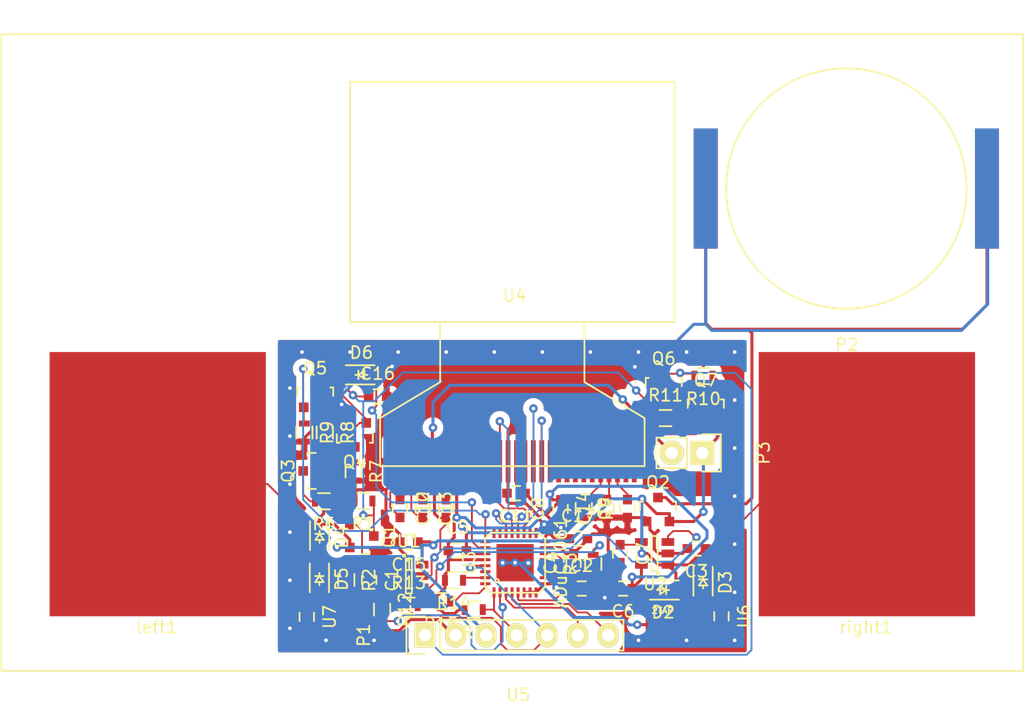
<source format=kicad_pcb>
(kicad_pcb (version 4) (host pcbnew "(2015-11-06 BZR 6302)-product")
  (layers (0 F.Cu signal) (31 B.Cu signal) (34 B.Paste user) (35 F.Paste user) (36 B.SilkS user) (37 F.SilkS user) (38 B.Mask user) (39 F.Mask user) (44 Edge.Cuts user))
  (net 0 "")
  (net 1 "Net-(C2-Pad1)")
  (net 2 "Net-(C1-Pad1)")
  (net 3 GND)
  (net 4 +BATT)
  (net 5 "Net-(C4-Pad1)")
  (net 6 VDD)
  (net 7 "Net-(C7-Pad1)")
  (net 8 "Net-(C9-Pad2)")
  (net 9 "Net-(C12-Pad1)")
  (net 10 "Net-(C12-Pad2)")
  (net 11 "Net-(C13-Pad1)")
  (net 12 "Net-(C13-Pad2)")
  (net 13 "Net-(C14-Pad2)")
  (net 14 "Net-(R3-Pad2)")
  (net 15 "Net-(R4-Pad1)")
  (net 16 "Net-(U3-Pad19)")
  (net 17 "Net-(U3-Pad20)")
  (net 18 "Net-(U3-Pad21)")
  (net 19 "Net-(U3-Pad22)")
  (net 20 VCC)
  (net 21 "Net-(CN1-Pad1)")
  (net 22 "Net-(D4-Pad2)")
  (net 23 POWER_ON)
  (net 24 ~FORCE_ON)
  (net 25 ~RESET)
  (net 26 ~PROG)
  (net 27 RX)
  (net 28 TX)
  (net 29 "Net-(P2-Pad1)")
  (net 30 "Net-(Q3-Pad1)")
  (net 31 "Net-(Q3-Pad3)")
  (net 32 "Net-(Q4-Pad1)")
  (net 33 PULLUP_OFF)
  (net 34 "Net-(R12-Pad2)")
  (net 35 "Net-(R14-Pad1)")
  (net 36 "Net-(R15-Pad1)")
  (net 37 "Net-(C16-Pad1)")
  (module mod:SSD1306 (layer F.Cu) (at 68.505278 47.959336)
    (fp_text reference U4 (at 0.2 -2.2) (layer F.SilkS))
    (fp_text value SSD1306)
    (pad 1 smd rect (at -10.15 11.6) (size 0.4 3.5) (layers F.Cu F.Paste F.Mask) (net 3 GND))
    (pad 2 smd rect (at -9.45 11.6) (size 0.4 3.5) (layers F.Cu F.Paste F.Mask) (net 10 "Net-(C12-Pad2)"))
    (pad 3 smd rect (at -8.75 11.6) (size 0.4 3.5) (layers F.Cu F.Paste F.Mask) (net 9 "Net-(C12-Pad1)"))
    (pad 4 smd rect (at -8.05 11.6) (size 0.4 3.5) (layers F.Cu F.Paste F.Mask) (net 12 "Net-(C13-Pad2)"))
    (pad 5 smd rect (at -7.35 11.6) (size 0.4 3.5) (layers F.Cu F.Paste F.Mask) (net 11 "Net-(C13-Pad1)"))
    (pad 6 smd rect (at -6.65 11.6) (size 0.4 3.5) (layers F.Cu F.Paste F.Mask) (net 20 VCC))
    (pad 7 smd rect (at -5.95 11.6) (size 0.4 3.5) (layers F.Cu F.Paste F.Mask))
    (pad 8 smd rect (at -5.25 11.6) (size 0.4 3.5) (layers F.Cu F.Paste F.Mask) (net 3 GND))
    (pad 9 smd rect (at -4.55 11.6) (size 0.4 3.5) (layers F.Cu F.Paste F.Mask) (net 6 VDD))
    (pad 10 smd rect (at -3.85 11.6) (size 0.4 3.5) (layers F.Cu F.Paste F.Mask) (net 6 VDD))
    (pad 11 smd rect (at -3.15 11.6) (size 0.4 3.5) (layers F.Cu F.Paste F.Mask) (net 3 GND))
    (pad 12 smd rect (at -2.45 11.6) (size 0.4 3.5) (layers F.Cu F.Paste F.Mask) (net 3 GND))
    (pad 13 smd rect (at -1.75 11.6) (size 0.4 3.5) (layers F.Cu F.Paste F.Mask) (net 16 "Net-(U3-Pad19)"))
    (pad 14 smd rect (at -1.05 11.6) (size 0.4 3.5) (layers F.Cu F.Paste F.Mask) (net 18 "Net-(U3-Pad21)"))
    (pad 15 smd rect (at -0.35 11.6) (size 0.4 3.5) (layers F.Cu F.Paste F.Mask) (net 3 GND))
    (pad 16 smd rect (at 0.35 11.6) (size 0.4 3.5) (layers F.Cu F.Paste F.Mask) (net 6 VDD))
    (pad 17 smd rect (at 1.05 11.6) (size 0.4 3.5) (layers F.Cu F.Paste F.Mask) (net 3 GND))
    (pad 18 smd rect (at 1.75 11.6) (size 0.4 3.5) (layers F.Cu F.Paste F.Mask) (net 17 "Net-(U3-Pad20)"))
    (pad 19 smd rect (at 2.45 11.6) (size 0.4 3.5) (layers F.Cu F.Paste F.Mask) (net 19 "Net-(U3-Pad22)"))
    (pad 20 smd rect (at 3.15 11.6) (size 0.4 3.5) (layers F.Cu F.Paste F.Mask) (net 3 GND))
    (pad 21 smd rect (at 3.85 11.6) (size 0.4 3.5) (layers F.Cu F.Paste F.Mask) (net 3 GND))
    (pad 22 smd rect (at 4.55 11.6) (size 0.4 3.5) (layers F.Cu F.Paste F.Mask) (net 3 GND))
    (pad 23 smd rect (at 5.25 11.6) (size 0.4 3.5) (layers F.Cu F.Paste F.Mask) (net 3 GND))
    (pad 24 smd rect (at 5.95 11.6) (size 0.4 3.5) (layers F.Cu F.Paste F.Mask) (net 3 GND))
    (pad 25 smd rect (at 6.65 11.6) (size 0.4 3.5) (layers F.Cu F.Paste F.Mask) (net 3 GND))
    (pad 26 smd rect (at 7.35 11.6) (size 0.4 3.5) (layers F.Cu F.Paste F.Mask) (net 15 "Net-(R4-Pad1)"))
    (pad 27 smd rect (at 8.05 11.6) (size 0.4 3.5) (layers F.Cu F.Paste F.Mask) (net 13 "Net-(C14-Pad2)"))
    (pad 28 smd rect (at 8.75 11.6) (size 0.4 3.5) (layers F.Cu F.Paste F.Mask) (net 8 "Net-(C9-Pad2)"))
    (pad 29 smd rect (at 9.45 11.6) (size 0.4 3.5) (layers F.Cu F.Paste F.Mask) (net 3 GND))
    (pad 30 smd rect (at 10.15 11.6) (size 0.4 3.5) (layers F.Cu F.Paste F.Mask) (net 3 GND))
  )
  (module Housings_SOT-23_SOT-143_TSOT-6:SOT-23 (layer F.Cu) (at 81.105278 53.259336)
    (fp_text reference Q6 (at 0 -2.25) (layer F.SilkS))
    (fp_text value NMOS_GSD)
    (pad 1 smd rect (at -0.95 1.00076) (size 0.8001 0.8001) (layers F.Cu F.Paste F.Mask) (net 37 "Net-(C16-Pad1)"))
    (pad 2 smd rect (at 0.95 1.00076) (size 0.8001 0.8001) (layers F.Cu F.Paste F.Mask) (net 3 GND))
    (pad 3 smd rect (at 0 -0.99822) (size 0.8001 0.8001) (layers F.Cu F.Paste F.Mask) (net 24 ~FORCE_ON))
  )
  (module Resistors_SMD:R_0603 (layer F.Cu) (at 52.837278 62.883136 180)
    (fp_text reference R6 (at 0 -1.9 180) (layer F.SilkS))
    (fp_text value 20M)
    (pad 1 smd rect (at -0.75 0 180) (size 0.5 0.9) (layers F.Cu F.Paste F.Mask) (net 22 "Net-(D4-Pad2)"))
    (pad 2 smd rect (at 0.75 0 180) (size 0.5 0.9) (layers F.Cu F.Paste F.Mask) (net 31 "Net-(Q3-Pad3)"))
  )
  (module Diodes_SMD:SOD-323 (layer F.Cu) (at 52.474058 65.847316 270)
    (fp_text reference D4 (at 0 -1.85 270) (layer F.SilkS))
    (fp_text value D)
    (pad 1 smd rect (at -1.055 0 270) (size 0.59 0.45) (layers F.Cu F.Paste F.Mask) (net 4 +BATT))
    (pad 2 smd rect (at 1.055 0 270) (size 0.59 0.45) (layers F.Cu F.Paste F.Mask) (net 22 "Net-(D4-Pad2)"))
  )
  (module Diodes_SMD:SOD-323 (layer F.Cu) (at 52.456278 69.360136 270)
    (fp_text reference D5 (at 0 -1.85 270) (layer F.SilkS))
    (fp_text value D)
    (pad 1 smd rect (at -1.055 0 270) (size 0.59 0.45) (layers F.Cu F.Paste F.Mask) (net 22 "Net-(D4-Pad2)"))
    (pad 2 smd rect (at 1.055 0 270) (size 0.59 0.45) (layers F.Cu F.Paste F.Mask) (net 3 GND))
  )
  (module Capacitors_SMD:C_0603 (layer F.Cu) (at 56.596478 69.436336 270)
    (fp_text reference C1 (at 0 -1.9 270) (layer F.SilkS))
    (fp_text value 127pF)
    (pad 1 smd rect (at -0.75 0 270) (size 0.8 0.75) (layers F.Cu F.Paste F.Mask) (net 2 "Net-(C1-Pad1)"))
    (pad 2 smd rect (at 0.75 0 270) (size 0.8 0.75) (layers F.Cu F.Paste F.Mask) (net 3 GND))
  )
  (module mod:LFCSP_VQ_CP32-2 (layer F.Cu) (at 68.735078 67.999736 90)
    (fp_text reference U3 (at 0 -3.8 90) (layer F.SilkS))
    (fp_text value ADuC7061 (at 0 3.8 90) (layer F.SilkS))
    (pad 1 smd rect (at -2.475 -1.75 90) (size 0.85 0.25) (layers F.Cu F.Paste F.Mask) (net 25 ~RESET))
    (pad 2 smd rect (at -2.475 -1.25 90) (size 0.85 0.25) (layers F.Cu F.Paste F.Mask) (net 34 "Net-(R12-Pad2)"))
    (pad 3 smd rect (at -2.475 -0.75 90) (size 0.85 0.25) (layers F.Cu F.Paste F.Mask) (net 27 RX))
    (pad 4 smd rect (at -2.475 -0.25 90) (size 0.85 0.25) (layers F.Cu F.Paste F.Mask) (net 28 TX))
    (pad 5 smd rect (at -2.475 0.25 90) (size 0.85 0.25) (layers F.Cu F.Paste F.Mask) (net 1 "Net-(C2-Pad1)"))
    (pad 6 smd rect (at -2.475 0.75 90) (size 0.85 0.25) (layers F.Cu F.Paste F.Mask) (net 3 GND))
    (pad 7 smd rect (at -2.475 1.25 90) (size 0.85 0.25) (layers F.Cu F.Paste F.Mask) (net 3 GND))
    (pad 8 smd rect (at -2.475 1.75 90) (size 0.85 0.25) (layers F.Cu F.Paste F.Mask) (net 3 GND))
    (pad 17 smd rect (at 2.475 1.75 90) (size 0.85 0.25) (layers F.Cu F.Paste F.Mask) (net 3 GND))
    (pad 18 smd rect (at 2.475 1.25 90) (size 0.85 0.25) (layers F.Cu F.Paste F.Mask) (net 3 GND))
    (pad 19 smd rect (at 2.475 0.75 90) (size 0.85 0.25) (layers F.Cu F.Paste F.Mask) (net 16 "Net-(U3-Pad19)"))
    (pad 20 smd rect (at 2.475 0.25 90) (size 0.85 0.25) (layers F.Cu F.Paste F.Mask) (net 17 "Net-(U3-Pad20)"))
    (pad 21 smd rect (at 2.475 -0.25 90) (size 0.85 0.25) (layers F.Cu F.Paste F.Mask) (net 18 "Net-(U3-Pad21)"))
    (pad 22 smd rect (at 2.475 -0.75 90) (size 0.85 0.25) (layers F.Cu F.Paste F.Mask) (net 19 "Net-(U3-Pad22)"))
    (pad 23 smd rect (at 2.475 -1.25 90) (size 0.85 0.25) (layers F.Cu F.Paste F.Mask))
    (pad 24 smd rect (at 2.475 -1.75 90) (size 0.85 0.25) (layers F.Cu F.Paste F.Mask))
    (pad 9 smd rect (at -1.75 2.475 90) (size 0.25 0.85) (layers F.Cu F.Paste F.Mask) (net 3 GND))
    (pad 10 smd rect (at -1.25 2.475 90) (size 0.25 0.85) (layers F.Cu F.Paste F.Mask))
    (pad 11 smd rect (at -0.75 2.475 90) (size 0.25 0.85) (layers F.Cu F.Paste F.Mask))
    (pad 12 smd rect (at -0.25 2.475 90) (size 0.25 0.85) (layers F.Cu F.Paste F.Mask) (net 3 GND))
    (pad 13 smd rect (at 0.25 2.475 90) (size 0.25 0.85) (layers F.Cu F.Paste F.Mask) (net 1 "Net-(C2-Pad1)"))
    (pad 14 smd rect (at 0.75 2.475 90) (size 0.25 0.85) (layers F.Cu F.Paste F.Mask) (net 5 "Net-(C4-Pad1)"))
    (pad 15 smd rect (at 1.25 2.475 90) (size 0.25 0.85) (layers F.Cu F.Paste F.Mask) (net 3 GND))
    (pad 16 smd rect (at 1.75 2.475 90) (size 0.25 0.85) (layers F.Cu F.Paste F.Mask) (net 6 VDD))
    (pad 25 smd rect (at 1.75 -2.475 90) (size 0.25 0.85) (layers F.Cu F.Paste F.Mask) (net 33 PULLUP_OFF))
    (pad 26 smd rect (at 1.25 -2.475 90) (size 0.25 0.85) (layers F.Cu F.Paste F.Mask) (net 23 POWER_ON))
    (pad 27 smd rect (at 0.75 -2.475 90) (size 0.25 0.85) (layers F.Cu F.Paste F.Mask) (net 3 GND))
    (pad 28 smd rect (at 0.25 -2.475 90) (size 0.25 0.85) (layers F.Cu F.Paste F.Mask) (net 6 VDD))
    (pad 29 smd rect (at -0.25 -2.475 90) (size 0.25 0.85) (layers F.Cu F.Paste F.Mask) (net 26 ~PROG))
    (pad 30 smd rect (at -0.75 -2.475 90) (size 0.25 0.85) (layers F.Cu F.Paste F.Mask))
    (pad 31 smd rect (at -1.25 -2.475 90) (size 0.25 0.85) (layers F.Cu F.Paste F.Mask) (net 35 "Net-(R14-Pad1)"))
    (pad 32 smd rect (at -1.75 -2.475 90) (size 0.25 0.85) (layers F.Cu F.Paste F.Mask) (net 36 "Net-(R15-Pad1)"))
    (pad 33 smd rect (at 0 0 90) (size 3.1 3.1) (layers F.Cu F.Paste F.Mask) (net 21 "Net-(CN1-Pad1)"))
  )
  (module Pin_Headers:Pin_Header_Straight_1x07 (layer F.Cu) (at 61.244678 74.033736 90)
    (fp_text reference P1 (at 0 -5.1 90) (layer F.SilkS))
    (fp_text value PROG)
    (pad 1 thru_hole rect (at 0 0 90) (size 2.032 1.7272) (drill 1.016) (layers *.Cu *.Mask F.SilkS) (net 24 ~FORCE_ON))
    (pad 2 thru_hole oval (at 0 2.54 90) (size 2.032 1.7272) (drill 1.016) (layers *.Cu *.Mask F.SilkS) (net 3 GND))
    (pad 3 thru_hole oval (at 0 5.08 90) (size 2.032 1.7272) (drill 1.016) (layers *.Cu *.Mask F.SilkS) (net 4 +BATT))
    (pad 4 thru_hole oval (at 0 7.62 90) (size 2.032 1.7272) (drill 1.016) (layers *.Cu *.Mask F.SilkS) (net 25 ~RESET))
    (pad 5 thru_hole oval (at 0 10.16 90) (size 2.032 1.7272) (drill 1.016) (layers *.Cu *.Mask F.SilkS) (net 26 ~PROG))
    (pad 6 thru_hole oval (at 0 12.7 90) (size 2.032 1.7272) (drill 1.016) (layers *.Cu *.Mask F.SilkS) (net 27 RX))
    (pad 7 thru_hole oval (at 0 15.24 90) (size 2.032 1.7272) (drill 1.016) (layers *.Cu *.Mask F.SilkS) (net 28 TX))
  )
  (module mod:ecgpad (layer F.Cu) (at 98.005278 61.459336)
    (fp_text reference right1 (at -0.1 11.9) (layer F.SilkS))
    (fp_text value CONN_1)
    (pad 1 smd rect (at 0 0) (size 18 22) (layers F.Cu F.Paste F.Mask) (net 1 "Net-(C2-Pad1)"))
  )
  (module Capacitors_SMD:C_0603 (layer F.Cu) (at 74.274878 70.147536)
    (fp_text reference C2 (at 0 -1.9) (layer F.SilkS))
    (fp_text value C)
    (pad 1 smd rect (at -0.75 0) (size 0.8 0.75) (layers F.Cu F.Paste F.Mask) (net 1 "Net-(C2-Pad1)"))
    (pad 2 smd rect (at 0.75 0) (size 0.8 0.75) (layers F.Cu F.Paste F.Mask) (net 3 GND))
  )
  (module Capacitors_SMD:C_0603 (layer F.Cu) (at 83.825278 66.820136 180)
    (fp_text reference C3 (at 0 -1.9 180) (layer F.SilkS))
    (fp_text value 1uF)
    (pad 1 smd rect (at -0.75 0 180) (size 0.8 0.75) (layers F.Cu F.Paste F.Mask) (net 4 +BATT))
    (pad 2 smd rect (at 0.75 0 180) (size 0.8 0.75) (layers F.Cu F.Paste F.Mask) (net 3 GND))
  )
  (module Capacitors_SMD:C_0603 (layer F.Cu) (at 73.6 68 90)
    (fp_text reference C4 (at 0 -1.9 90) (layer F.SilkS))
    (fp_text value 100nF)
    (pad 1 smd rect (at -0.75 0 90) (size 0.8 0.75) (layers F.Cu F.Paste F.Mask) (net 5 "Net-(C4-Pad1)"))
    (pad 2 smd rect (at 0.75 0 90) (size 0.8 0.75) (layers F.Cu F.Paste F.Mask) (net 3 GND))
  )
  (module Capacitors_SMD:C_0603 (layer F.Cu) (at 63.937078 66.997936)
    (fp_text reference C5 (at 0 -1.9) (layer F.SilkS))
    (fp_text value 100nF)
    (pad 1 smd rect (at -0.75 0) (size 0.8 0.75) (layers F.Cu F.Paste F.Mask) (net 6 VDD))
    (pad 2 smd rect (at 0.75 0) (size 0.8 0.75) (layers F.Cu F.Paste F.Mask) (net 3 GND))
  )
  (module Capacitors_SMD:C_0603 (layer F.Cu) (at 77.729278 70.147536 180)
    (fp_text reference C6 (at 0 -1.9 180) (layer F.SilkS))
    (fp_text value 1uF)
    (pad 1 smd rect (at -0.75 0 180) (size 0.8 0.75) (layers F.Cu F.Paste F.Mask) (net 6 VDD))
    (pad 2 smd rect (at 0.75 0 180) (size 0.8 0.75) (layers F.Cu F.Paste F.Mask) (net 3 GND))
  )
  (module Capacitors_SMD:C_0603 (layer F.Cu) (at 77.475278 67.251936 270)
    (fp_text reference C7 (at 0 -1.9 270) (layer F.SilkS))
    (fp_text value 10nF)
    (pad 1 smd rect (at -0.75 0 270) (size 0.8 0.75) (layers F.Cu F.Paste F.Mask) (net 7 "Net-(C7-Pad1)"))
    (pad 2 smd rect (at 0.75 0 270) (size 0.8 0.75) (layers F.Cu F.Paste F.Mask) (net 3 GND))
  )
  (module Capacitors_SMD:C_0603 (layer F.Cu) (at 72.522278 63.518136 90)
    (fp_text reference C8 (at 0 -1.9 90) (layer F.SilkS))
    (fp_text value 100nF)
    (pad 1 smd rect (at -0.75 0 90) (size 0.8 0.75) (layers F.Cu F.Paste F.Mask) (net 3 GND))
    (pad 2 smd rect (at 0.75 0 90) (size 0.8 0.75) (layers F.Cu F.Paste F.Mask) (net 6 VDD))
  )
  (module Capacitors_SMD:C_0603 (layer F.Cu) (at 78.084878 63.492736 90)
    (fp_text reference C9 (at 0 -1.9 90) (layer F.SilkS))
    (fp_text value 2.2uF)
    (pad 1 smd rect (at -0.75 0 90) (size 0.8 0.75) (layers F.Cu F.Paste F.Mask) (net 3 GND))
    (pad 2 smd rect (at 0.75 0 90) (size 0.8 0.75) (layers F.Cu F.Paste F.Mask) (net 8 "Net-(C9-Pad2)"))
  )
  (module Capacitors_SMD:C_0603 (layer F.Cu) (at 62.997278 63.492736 90)
    (fp_text reference C10 (at 0 -1.9 90) (layer F.SilkS))
    (fp_text value 1uF)
    (pad 1 smd rect (at -0.75 0 90) (size 0.8 0.75) (layers F.Cu F.Paste F.Mask) (net 20 VCC))
    (pad 2 smd rect (at 0.75 0 90) (size 0.8 0.75) (layers F.Cu F.Paste F.Mask) (net 3 GND))
  )
  (module Capacitors_SMD:C_0603 (layer F.Cu) (at 68.813178 62.212576 180)
    (fp_text reference C11 (at 0 -1.9 180) (layer F.SilkS))
    (fp_text value 1uF)
    (pad 1 smd rect (at -0.75 0 180) (size 0.8 0.75) (layers F.Cu F.Paste F.Mask) (net 6 VDD))
    (pad 2 smd rect (at 0.75 0 180) (size 0.8 0.75) (layers F.Cu F.Paste F.Mask) (net 3 GND))
  )
  (module Capacitors_SMD:C_0603 (layer F.Cu) (at 59.161878 63.480736 270)
    (fp_text reference C12 (at 0 -1.9 270) (layer F.SilkS))
    (fp_text value 1uF)
    (pad 1 smd rect (at -0.75 0 270) (size 0.8 0.75) (layers F.Cu F.Paste F.Mask) (net 9 "Net-(C12-Pad1)"))
    (pad 2 smd rect (at 0.75 0 270) (size 0.8 0.75) (layers F.Cu F.Paste F.Mask) (net 10 "Net-(C12-Pad2)"))
  )
  (module Capacitors_SMD:C_0603 (layer F.Cu) (at 61.066878 63.492736 270)
    (fp_text reference C13 (at 0 -1.9 270) (layer F.SilkS))
    (fp_text value 1uF)
    (pad 1 smd rect (at -0.75 0 270) (size 0.8 0.75) (layers F.Cu F.Paste F.Mask) (net 11 "Net-(C13-Pad1)"))
    (pad 2 smd rect (at 0.75 0 270) (size 0.8 0.75) (layers F.Cu F.Paste F.Mask) (net 12 "Net-(C13-Pad2)"))
  )
  (module Capacitors_SMD:C_0603 (layer F.Cu) (at 76.357678 63.492736 90)
    (fp_text reference C14 (at 0 -1.9 90) (layer F.SilkS))
    (fp_text value "4.7uF 16V")
    (pad 1 smd rect (at -0.75 0 90) (size 0.8 0.75) (layers F.Cu F.Paste F.Mask) (net 3 GND))
    (pad 2 smd rect (at 0.75 0 90) (size 0.8 0.75) (layers F.Cu F.Paste F.Mask) (net 13 "Net-(C14-Pad2)"))
  )
  (module Diodes_SMD:SOD-323 (layer F.Cu) (at 81.056678 70.274536 180)
    (fp_text reference D2 (at 0 -1.85 180) (layer F.SilkS))
    (fp_text value D)
    (pad 1 smd rect (at -1.055 0 180) (size 0.59 0.45) (layers F.Cu F.Paste F.Mask) (net 4 +BATT))
    (pad 2 smd rect (at 1.055 0 180) (size 0.59 0.45) (layers F.Cu F.Paste F.Mask) (net 1 "Net-(C2-Pad1)"))
  )
  (module Diodes_SMD:SOD-323 (layer F.Cu) (at 84.376458 69.642076 270)
    (fp_text reference D3 (at 0 -1.85 270) (layer F.SilkS))
    (fp_text value D)
    (pad 1 smd rect (at -1.055 0 270) (size 0.59 0.45) (layers F.Cu F.Paste F.Mask) (net 1 "Net-(C2-Pad1)"))
    (pad 2 smd rect (at 1.055 0 270) (size 0.59 0.45) (layers F.Cu F.Paste F.Mask) (net 3 GND))
  )
  (module mod:ecgpad (layer F.Cu) (at 39.005278 61.459336)
    (fp_text reference left1 (at -0.1 11.9) (layer F.SilkS))
    (fp_text value CONN_1)
    (pad 1 smd rect (at 0 0) (size 18 22) (layers F.Cu F.Paste F.Mask) (net 22 "Net-(D4-Pad2)"))
  )
  (module Housings_SOT-23_SOT-143_TSOT-6:SOT-23-6 (layer F.Cu) (at 59.898478 69.106136)
    (fp_text reference U1 (at 0 -2.9) (layer F.SilkS))
    (fp_text value LMV341)
    (pad 1 smd rect (at -1.1 -0.95) (size 1.06 0.65) (layers F.Cu F.Paste F.Mask) (net 2 "Net-(C1-Pad1)"))
    (pad 2 smd rect (at -1.1 0) (size 1.06 0.65) (layers F.Cu F.Paste F.Mask) (net 3 GND))
    (pad 3 smd rect (at -1.1 0.95) (size 1.06 0.65) (layers F.Cu F.Paste F.Mask) (net 14 "Net-(R3-Pad2)"))
    (pad 4 smd rect (at 1.1 0.95) (size 1.06 0.65) (layers F.Cu F.Paste F.Mask) (net 14 "Net-(R3-Pad2)"))
    (pad 6 smd rect (at 1.1 -0.95) (size 1.06 0.65) (layers F.Cu F.Paste F.Mask) (net 4 +BATT))
    (pad 5 smd rect (at 1.1 0) (size 1.06 0.65) (layers F.Cu F.Paste F.Mask) (net 20 VCC))
  )
  (module Housings_SOT-23_SOT-143_TSOT-6:SOT-23-5 (layer F.Cu) (at 80.345478 67.226536 180)
    (fp_text reference U2 (at -0.05 -2.55 180) (layer F.SilkS))
    (fp_text value TPS717)
    (pad 1 smd rect (at -1.1 -0.95 180) (size 1.06 0.65) (layers F.Cu F.Paste F.Mask) (net 4 +BATT))
    (pad 2 smd rect (at -1.1 0 180) (size 1.06 0.65) (layers F.Cu F.Paste F.Mask) (net 3 GND))
    (pad 3 smd rect (at -1.1 0.95 180) (size 1.06 0.65) (layers F.Cu F.Paste F.Mask) (net 20 VCC))
    (pad 4 smd rect (at 1.1 0.95 180) (size 1.06 0.65) (layers F.Cu F.Paste F.Mask) (net 7 "Net-(C7-Pad1)"))
    (pad 5 smd rect (at 1.1 -0.95 180) (size 1.06 0.65) (layers F.Cu F.Paste F.Mask) (net 6 VDD))
  )
  (module Capacitors_SMD:C_0603 (layer F.Cu) (at 59.898478 66.261336 180)
    (fp_text reference C15 (at 0 -1.9 180) (layer F.SilkS))
    (fp_text value 100nF)
    (pad 1 smd rect (at -0.75 0 180) (size 0.8 0.75) (layers F.Cu F.Paste F.Mask) (net 4 +BATT))
    (pad 2 smd rect (at 0.75 0 180) (size 0.8 0.75) (layers F.Cu F.Paste F.Mask) (net 3 GND))
  )
  (module mod:CR2016 (layer F.Cu) (at 96.296678 36.848136)
    (fp_text reference P2 (at 0.05 13) (layer F.SilkS))
    (fp_text value BATTERY)
    (pad 1 smd rect (at 11.7 0) (size 2 10) (layers F.Cu F.Paste F.Mask) (net 29 "Net-(P2-Pad1)"))
    (pad 2 smd rect (at -11.7 0) (size 2 10) (layers F.Cu F.Paste F.Mask) (net 29 "Net-(P2-Pad1)"))
    (pad 3 smd rect (at -11.7 0) (size 2 10) (layers B.Cu B.Paste B.Mask) (net 3 GND))
    (pad 4 smd rect (at 11.7 0) (size 2 10) (layers B.Cu B.Paste B.Mask) (net 3 GND))
  )
  (module mod:2TAP (layer F.Cu) (at 81.005278 73.159336)
    (fp_text reference CN1 hide)
    (fp_text value 2TAP (at 0 -1.175) (layer F.SilkS) (effects (font (size 0.5 0.5) (thickness 0.125))))
    (pad 1 smd rect (at -0.8 0) (size 1.2 1.2) (layers F.Cu F.Paste F.Mask) (net 21 "Net-(CN1-Pad1)"))
    (pad 2 smd rect (at 0.8 0) (size 1.2 1.2) (layers F.Cu F.Paste F.Mask) (net 3 GND))
  )
  (module Diodes_SMD:SOD-323 (layer F.Cu) (at 55.950278 52.359336)
    (fp_text reference D6 (at 0 -1.85) (layer F.SilkS))
    (fp_text value D)
    (pad 1 smd rect (at -1.055 0) (size 0.59 0.45) (layers F.Cu F.Paste F.Mask) (net 37 "Net-(C16-Pad1)"))
    (pad 2 smd rect (at 1.055 0) (size 0.59 0.45) (layers F.Cu F.Paste F.Mask) (net 23 POWER_ON))
  )
  (module Pin_Headers:Pin_Header_Straight_1x02 (layer F.Cu) (at 84.305278 58.859336 270)
    (fp_text reference P3 (at 0 -5.1 270) (layer F.SilkS))
    (fp_text value "FORCE ON")
    (pad 1 thru_hole rect (at 0 0 270) (size 2.032 2.032) (drill 1.016) (layers *.Cu *.Mask F.SilkS) (net 4 +BATT))
    (pad 2 thru_hole oval (at 0 2.54 270) (size 2.032 2.032) (drill 1.016) (layers *.Cu *.Mask F.SilkS) (net 20 VCC))
  )
  (module Housings_SOT-23_SOT-143_TSOT-6:SOT-23 (layer F.Cu) (at 55.986878 65.778736 270)
    (fp_text reference Q1 (at 0 -2.25 270) (layer F.SilkS))
    (fp_text value BSS84P)
    (pad 1 smd rect (at -0.95 1.00076 270) (size 0.8001 0.8001) (layers F.Cu F.Paste F.Mask) (net 22 "Net-(D4-Pad2)"))
    (pad 2 smd rect (at 0.95 1.00076 270) (size 0.8001 0.8001) (layers F.Cu F.Paste F.Mask) (net 4 +BATT))
    (pad 3 smd rect (at 0 -0.99822 270) (size 0.8001 0.8001) (layers F.Cu F.Paste F.Mask) (net 37 "Net-(C16-Pad1)"))
  )
  (module Housings_SOT-23_SOT-143_TSOT-6:SOT-23 (layer F.Cu) (at 80.624878 63.568936)
    (fp_text reference Q2 (at 0 -2.25) (layer F.SilkS))
    (fp_text value NTR1P02T1)
    (pad 1 smd rect (at -0.95 1.00076) (size 0.8001 0.8001) (layers F.Cu F.Paste F.Mask) (net 3 GND))
    (pad 2 smd rect (at 0.95 1.00076) (size 0.8001 0.8001) (layers F.Cu F.Paste F.Mask) (net 4 +BATT))
    (pad 3 smd rect (at 0 -0.99822) (size 0.8001 0.8001) (layers F.Cu F.Paste F.Mask) (net 29 "Net-(P2-Pad1)"))
  )
  (module Housings_SOT-23_SOT-143_TSOT-6:SOT-23 (layer F.Cu) (at 52.105278 60.359336 90)
    (fp_text reference Q3 (at 0 -2.25 90) (layer F.SilkS))
    (fp_text value BSS84P)
    (pad 1 smd rect (at -0.95 1.00076 90) (size 0.8001 0.8001) (layers F.Cu F.Paste F.Mask) (net 30 "Net-(Q3-Pad1)"))
    (pad 2 smd rect (at 0.95 1.00076 90) (size 0.8001 0.8001) (layers F.Cu F.Paste F.Mask) (net 4 +BATT))
    (pad 3 smd rect (at 0 -0.99822 90) (size 0.8001 0.8001) (layers F.Cu F.Paste F.Mask) (net 31 "Net-(Q3-Pad3)"))
  )
  (module Housings_SOT-23_SOT-143_TSOT-6:SOT-23 (layer F.Cu) (at 55.405278 57.361116 180)
    (fp_text reference Q4 (at 0 -2.25 180) (layer F.SilkS))
    (fp_text value NTR1P02T1)
    (pad 1 smd rect (at -0.95 1.00076 180) (size 0.8001 0.8001) (layers F.Cu F.Paste F.Mask) (net 32 "Net-(Q4-Pad1)"))
    (pad 2 smd rect (at 0.95 1.00076 180) (size 0.8001 0.8001) (layers F.Cu F.Paste F.Mask) (net 4 +BATT))
    (pad 3 smd rect (at 0 -0.99822 180) (size 0.8001 0.8001) (layers F.Cu F.Paste F.Mask) (net 30 "Net-(Q3-Pad1)"))
  )
  (module Housings_SOT-23_SOT-143_TSOT-6:SOT-23 (layer F.Cu) (at 52.105278 54.059336)
    (fp_text reference Q5 (at 0 -2.25) (layer F.SilkS))
    (fp_text value NMOS_GSD)
    (pad 1 smd rect (at -0.95 1.00076) (size 0.8001 0.8001) (layers F.Cu F.Paste F.Mask) (net 33 PULLUP_OFF))
    (pad 2 smd rect (at 0.95 1.00076) (size 0.8001 0.8001) (layers F.Cu F.Paste F.Mask) (net 3 GND))
    (pad 3 smd rect (at 0 -0.99822) (size 0.8001 0.8001) (layers F.Cu F.Paste F.Mask) (net 32 "Net-(Q4-Pad1)"))
  )
  (module Housings_SOT-23_SOT-143_TSOT-6:SOT-23 (layer F.Cu) (at 84.605278 55.059336)
    (fp_text reference Q7 (at 0 -2.25) (layer F.SilkS))
    (fp_text value NTR1P02T1)
    (pad 1 smd rect (at -0.95 1.00076) (size 0.8001 0.8001) (layers F.Cu F.Paste F.Mask) (net 24 ~FORCE_ON))
    (pad 2 smd rect (at 0.95 1.00076) (size 0.8001 0.8001) (layers F.Cu F.Paste F.Mask) (net 4 +BATT))
    (pad 3 smd rect (at 0 -0.99822) (size 0.8001 0.8001) (layers F.Cu F.Paste F.Mask) (net 20 VCC))
  )
  (module Resistors_SMD:R_0603 (layer F.Cu) (at 56.113878 62.857736 180)
    (fp_text reference R1 (at 0 -1.9 180) (layer F.SilkS))
    (fp_text value 100k)
    (pad 1 smd rect (at -0.75 0 180) (size 0.5 0.9) (layers F.Cu F.Paste F.Mask) (net 37 "Net-(C16-Pad1)"))
    (pad 2 smd rect (at 0.75 0 180) (size 0.5 0.9) (layers F.Cu F.Paste F.Mask) (net 3 GND))
  )
  (module Resistors_SMD:R_0603 (layer F.Cu) (at 54.691478 69.436336 270)
    (fp_text reference R2 (at 0 -1.9 270) (layer F.SilkS))
    (fp_text value 47k)
    (pad 1 smd rect (at -0.75 0 270) (size 0.5 0.9) (layers F.Cu F.Paste F.Mask) (net 2 "Net-(C1-Pad1)"))
    (pad 2 smd rect (at 0.75 0 270) (size 0.5 0.9) (layers F.Cu F.Paste F.Mask) (net 22 "Net-(D4-Pad2)"))
  )
  (module Resistors_SMD:R_0603 (layer F.Cu) (at 75.240078 68.1 90)
    (fp_text reference R3 (at 0 -1.9 90) (layer F.SilkS))
    (fp_text value 4k)
    (pad 1 smd rect (at -0.75 0 90) (size 0.5 0.9) (layers F.Cu F.Paste F.Mask) (net 5 "Net-(C4-Pad1)"))
    (pad 2 smd rect (at 0.75 0 90) (size 0.5 0.9) (layers F.Cu F.Paste F.Mask) (net 14 "Net-(R3-Pad2)"))
  )
  (module Resistors_SMD:R_0603 (layer F.Cu) (at 74.452678 63.518136 270)
    (fp_text reference R4 (at 0 -1.9 270) (layer F.SilkS))
    (fp_text value 390k)
    (pad 1 smd rect (at -0.75 0 270) (size 0.5 0.9) (layers F.Cu F.Paste F.Mask) (net 15 "Net-(R4-Pad1)"))
    (pad 2 smd rect (at 0.75 0 270) (size 0.5 0.9) (layers F.Cu F.Paste F.Mask) (net 3 GND))
  )
  (module Resistors_SMD:R_0603 (layer F.Cu) (at 65.297818 71.905216 180)
    (fp_text reference R5 (at 0 -1.9 180) (layer F.SilkS))
    (fp_text value 47k)
    (pad 1 smd rect (at -0.75 0 180) (size 0.5 0.9) (layers F.Cu F.Paste F.Mask) (net 25 ~RESET))
    (pad 2 smd rect (at 0.75 0 180) (size 0.5 0.9) (layers F.Cu F.Paste F.Mask) (net 6 VDD))
  )
  (module Resistors_SMD:R_0603 (layer F.Cu) (at 55.305278 60.409336 270)
    (fp_text reference R7 (at 0 -1.9 270) (layer F.SilkS))
    (fp_text value 20M)
    (pad 1 smd rect (at -0.75 0 270) (size 0.5 0.9) (layers F.Cu F.Paste F.Mask) (net 30 "Net-(Q3-Pad1)"))
    (pad 2 smd rect (at 0.75 0 270) (size 0.5 0.9) (layers F.Cu F.Paste F.Mask) (net 3 GND))
  )
  (module Resistors_SMD:R_0603 (layer F.Cu) (at 52.905278 57.159336 270)
    (fp_text reference R8 (at 0 -1.9 270) (layer F.SilkS))
    (fp_text value 100k)
    (pad 1 smd rect (at -0.75 0 270) (size 0.5 0.9) (layers F.Cu F.Paste F.Mask) (net 4 +BATT))
    (pad 2 smd rect (at 0.75 0 270) (size 0.5 0.9) (layers F.Cu F.Paste F.Mask) (net 32 "Net-(Q4-Pad1)"))
  )
  (module Resistors_SMD:R_0603 (layer F.Cu) (at 51.205278 57.159336 270)
    (fp_text reference R9 (at 0 -1.9 270) (layer F.SilkS))
    (fp_text value 100k)
    (pad 1 smd rect (at -0.75 0 270) (size 0.5 0.9) (layers F.Cu F.Paste F.Mask) (net 33 PULLUP_OFF))
    (pad 2 smd rect (at 0.75 0 270) (size 0.5 0.9) (layers F.Cu F.Paste F.Mask) (net 3 GND))
  )
  (module Resistors_SMD:R_0603 (layer F.Cu) (at 84.405278 52.459336 180)
    (fp_text reference R10 (at 0 -1.9 180) (layer F.SilkS))
    (fp_text value 100k)
    (pad 1 smd rect (at -0.75 0 180) (size 0.5 0.9) (layers F.Cu F.Paste F.Mask) (net 4 +BATT))
    (pad 2 smd rect (at 0.75 0 180) (size 0.5 0.9) (layers F.Cu F.Paste F.Mask) (net 24 ~FORCE_ON))
  )
  (module Resistors_SMD:R_0603 (layer F.Cu) (at 81.255278 55.959336)
    (fp_text reference R11 (at 0 -1.9) (layer F.SilkS))
    (fp_text value 100k)
    (pad 1 smd rect (at -0.75 0) (size 0.5 0.9) (layers F.Cu F.Paste F.Mask) (net 20 VCC))
    (pad 2 smd rect (at 0.75 0) (size 0.5 0.9) (layers F.Cu F.Paste F.Mask) (net 3 GND))
  )
  (module Resistors_SMD:R_0603 (layer F.Cu) (at 57.673438 71.904516 270)
    (fp_text reference R12 (at 0 -1.9 270) (layer F.SilkS))
    (fp_text value 47k)
    (pad 1 smd rect (at -0.75 0 270) (size 0.5 0.9) (layers F.Cu F.Paste F.Mask) (net 6 VDD))
    (pad 2 smd rect (at 0.75 0 270) (size 0.5 0.9) (layers F.Cu F.Paste F.Mask) (net 34 "Net-(R12-Pad2)"))
  )
  (module Resistors_SMD:R_0603 (layer F.Cu) (at 59.890858 71.577556)
    (fp_text reference R13 (at 0 -1.9) (layer F.SilkS))
    (fp_text value 47k)
    (pad 1 smd rect (at -0.75 0) (size 0.5 0.9) (layers F.Cu F.Paste F.Mask) (net 26 ~PROG))
    (pad 2 smd rect (at 0.75 0) (size 0.5 0.9) (layers F.Cu F.Paste F.Mask) (net 6 VDD))
  )
  (module Resistors_SMD:R_0603 (layer F.Cu) (at 63.652598 69.464276 180)
    (fp_text reference R14 (at 0 -1.9 180) (layer F.SilkS))
    (fp_text value 47k)
    (pad 1 smd rect (at -0.75 0 180) (size 0.5 0.9) (layers F.Cu F.Paste F.Mask) (net 35 "Net-(R14-Pad1)"))
    (pad 2 smd rect (at 0.75 0 180) (size 0.5 0.9) (layers F.Cu F.Paste F.Mask) (net 6 VDD))
  )
  (module Resistors_SMD:R_0603 (layer F.Cu) (at 62.574938 71.204176 180)
    (fp_text reference R15 (at 0 -1.9 180) (layer F.SilkS))
    (fp_text value 47k)
    (pad 1 smd rect (at -0.75 0 180) (size 0.5 0.9) (layers F.Cu F.Paste F.Mask) (net 36 "Net-(R15-Pad1)"))
    (pad 2 smd rect (at 0.75 0 180) (size 0.5 0.9) (layers F.Cu F.Paste F.Mask) (net 6 VDD))
  )
  (module Capacitors_SMD:C_0603 (layer F.Cu) (at 85.905278 72.459336 270)
    (fp_text reference U6 (at 0 -1.9 270) (layer F.SilkS))
    (fp_text value DNP)
    (pad 1 smd rect (at -0.75 0 270) (size 0.8 0.75) (layers F.Cu F.Paste F.Mask) (net 1 "Net-(C2-Pad1)"))
    (pad 2 smd rect (at 0.75 0 270) (size 0.8 0.75) (layers F.Cu F.Paste F.Mask) (net 3 GND))
  )
  (module Capacitors_SMD:C_0603 (layer F.Cu) (at 51.405278 72.509336 270)
    (fp_text reference U7 (at 0 -1.9 270) (layer F.SilkS))
    (fp_text value DNP)
    (pad 1 smd rect (at -0.75 0 270) (size 0.8 0.75) (layers F.Cu F.Paste F.Mask) (net 22 "Net-(D4-Pad2)"))
    (pad 2 smd rect (at 0.75 0 270) (size 0.8 0.75) (layers F.Cu F.Paste F.Mask) (net 3 GND))
  )
  (module mod:creditcard (layer F.Cu) (at 68 29)
    (fp_text reference U5 (at 1 50) (layer F.SilkS))
    (fp_text value creditcard)
  )
  (module Capacitors_SMD:C_0603 (layer F.Cu) (at 57.305278 54.159336)
    (fp_text reference C16 (at 0 -1.9) (layer F.SilkS))
    (fp_text value 100nF)
    (pad 1 smd rect (at -0.75 0) (size 0.8 0.75) (layers F.Cu F.Paste F.Mask) (net 37 "Net-(C16-Pad1)"))
    (pad 2 smd rect (at 0.75 0) (size 0.8 0.75) (layers F.Cu F.Paste F.Mask) (net 3 GND))
  )
  (module Capacitors_SMD:C_0603 (layer F.Cu) (at 74 66)
    (fp_text reference C17 (at 0 -1.9) (layer F.SilkS))
    (fp_text value 1uF)
    (pad 1 smd rect (at -0.75 0) (size 0.8 0.75) (layers F.Cu F.Paste F.Mask) (net 6 VDD))
    (pad 2 smd rect (at 0.75 0) (size 0.8 0.75) (layers F.Cu F.Paste F.Mask) (net 3 GND))
  )
  (segment (start 73.499878 70.147536) (end 73.524878 70.147536) (width 0.1524) (layer F.Cu) (net 1))
  (segment (start 72.268489 68.916147) (end 73.499878 70.147536) (width 0.1524) (layer F.Cu) (net 1))
  (segment (start 71.687485 67.749736) (end 72.268489 68.33074) (width 0.1524) (layer F.Cu) (net 1))
  (segment (start 71.210078 67.749736) (end 71.687485 67.749736) (width 0.1524) (layer F.Cu) (net 1))
  (segment (start 72.268489 68.33074) (end 72.268489 68.916147) (width 0.1524) (layer F.Cu) (net 1))
  (segment (start 72.972478 70.147536) (end 73.524878 70.147536) (width 0.1524) (layer F.Cu) (net 1))
  (segment (start 68.985078 71.052136) (end 69.063436 71.130494) (width 0.1524) (layer F.Cu) (net 1))
  (segment (start 68.985078 70.474736) (end 68.985078 71.052136) (width 0.1524) (layer F.Cu) (net 1))
  (segment (start 69.063436 71.130494) (end 71.98952 71.130494) (width 0.1524) (layer F.Cu) (net 1))
  (segment (start 71.98952 71.130494) (end 72.972478 70.147536) (width 0.1524) (layer F.Cu) (net 1))
  (segment (start 73.549878 70.147536) (end 74.901394 71.499052) (width 0.1524) (layer F.Cu) (net 1))
  (segment (start 73.524878 70.147536) (end 73.549878 70.147536) (width 0.1524) (layer F.Cu) (net 1))
  (segment (start 78.20346 70.813016) (end 80.162758 70.813016) (width 0.1524) (layer F.Cu) (net 1))
  (segment (start 74.901394 71.499052) (end 77.517424 71.499052) (width 0.1524) (layer F.Cu) (net 1))
  (segment (start 77.517424 71.499052) (end 78.20346 70.813016) (width 0.1524) (layer F.Cu) (net 1))
  (segment (start 85.905278 71.709336) (end 85.880836 71.709336) (width 0.1524) (layer F.Cu) (net 1))
  (segment (start 85.880836 71.709336) (end 85.778171 71.606671) (width 0.1524) (layer F.Cu) (net 1))
  (segment (start 85.778171 71.606671) (end 85.778171 67.759703) (width 0.1524) (layer F.Cu) (net 1))
  (segment (start 85.778171 67.759703) (end 85.778538 67.759336) (width 0.1524) (layer F.Cu) (net 1))
  (segment (start 85.778538 67.759336) (end 85.778538 66.38286) (width 0.1524) (layer F.Cu) (net 1))
  (segment (start 85.778538 66.38286) (end 90.702062 61.459336) (width 0.1524) (layer F.Cu) (net 1))
  (segment (start 90.702062 61.459336) (end 98.005278 61.459336) (width 0.1524) (layer F.Cu) (net 1))
  (segment (start 85.778538 67.841796) (end 85.778538 67.759336) (width 0.1524) (layer F.Cu) (net 1))
  (segment (start 83.007398 68.976596) (end 83.396918 68.587076) (width 0.1524) (layer F.Cu) (net 1))
  (segment (start 83.396918 68.587076) (end 84.376458 68.587076) (width 0.1524) (layer F.Cu) (net 1))
  (segment (start 83.007398 70.310298) (end 83.007398 68.976596) (width 0.1524) (layer F.Cu) (net 1))
  (segment (start 80.162758 70.813016) (end 82.50468 70.813016) (width 0.1524) (layer F.Cu) (net 1))
  (segment (start 82.50468 70.813016) (end 83.007398 70.310298) (width 0.1524) (layer F.Cu) (net 1))
  (segment (start 80.001678 70.274536) (end 80.001678 70.651936) (width 0.1524) (layer F.Cu) (net 1))
  (segment (start 80.001678 70.651936) (end 80.162758 70.813016) (width 0.1524) (layer F.Cu) (net 1))
  (segment (start 85.778538 67.841796) (end 85.033258 68.587076) (width 0.1524) (layer F.Cu) (net 1))
  (segment (start 85.033258 68.587076) (end 84.376458 68.587076) (width 0.1524) (layer F.Cu) (net 1))
  (segment (start 93.793478 61.459336) (end 98.005278 61.459336) (width 0.1524) (layer F.Cu) (net 1))
  (segment (start 56.596478 68.686336) (end 57.123878 68.686336) (width 0.1524) (layer F.Cu) (net 2))
  (segment (start 57.123878 68.686336) (end 57.654078 68.156136) (width 0.1524) (layer F.Cu) (net 2))
  (segment (start 57.654078 68.156136) (end 58.116078 68.156136) (width 0.1524) (layer F.Cu) (net 2))
  (segment (start 58.116078 68.156136) (end 58.798478 68.156136) (width 0.1524) (layer F.Cu) (net 2))
  (segment (start 56.596478 68.686336) (end 56.069078 68.686336) (width 0.1524) (layer F.Cu) (net 2))
  (segment (start 56.069078 68.686336) (end 54.691478 68.686336) (width 0.1524) (layer F.Cu) (net 2))
  (segment (start 76.482981 66.984639) (end 76.482981 65.6) (width 0.2524) (layer F.Cu) (net 3))
  (segment (start 75.175 65.6) (end 76.482981 65.6) (width 0.2524) (layer F.Cu) (net 3))
  (segment (start 76.482981 65.6) (end 76.482981 65.020439) (width 0.2524) (layer F.Cu) (net 3))
  (segment (start 74.775 66) (end 75.175 65.6) (width 0.2524) (layer F.Cu) (net 3))
  (segment (start 74.75 66) (end 74.775 66) (width 0.2524) (layer F.Cu) (net 3))
  (segment (start 74.75 66) (end 74.75 66.1) (width 0.2524) (layer F.Cu) (net 3))
  (segment (start 74.75 66.1) (end 73.6 67.25) (width 0.2524) (layer F.Cu) (net 3))
  (segment (start 76.357678 64.895136) (end 76.357678 64.242736) (width 0.2524) (layer F.Cu) (net 3))
  (segment (start 77.475278 68.001936) (end 77.475278 67.976936) (width 0.2524) (layer F.Cu) (net 3))
  (segment (start 76.482981 65.020439) (end 76.357678 64.895136) (width 0.2524) (layer F.Cu) (net 3))
  (segment (start 77.475278 67.976936) (end 76.482981 66.984639) (width 0.2524) (layer F.Cu) (net 3))
  (segment (start 71.913679 69.270704) (end 72.187817 69.544842) (width 0.2524) (layer F.Cu) (net 3))
  (segment (start 72.526634 66.749736) (end 72.526634 66.804034) (width 0.2524) (layer F.Cu) (net 3))
  (segment (start 72.526634 66.804034) (end 72.9726 67.25) (width 0.2524) (layer F.Cu) (net 3))
  (segment (start 72.9726 67.25) (end 73.6 67.25) (width 0.2524) (layer F.Cu) (net 3))
  (segment (start 72.187817 69.544842) (end 72.187817 70.045473) (width 0.2524) (layer F.Cu) (net 3))
  (segment (start 71.913679 68.477707) (end 71.913679 69.270704) (width 0.2524) (layer F.Cu) (net 3))
  (segment (start 71.685708 68.249736) (end 71.913679 68.477707) (width 0.2524) (layer F.Cu) (net 3))
  (segment (start 71.210078 68.249736) (end 71.685708 68.249736) (width 0.2524) (layer F.Cu) (net 3))
  (segment (start 72.522278 64.268136) (end 73.149678 64.268136) (width 0.2524) (layer F.Cu) (net 3))
  (segment (start 71.89208 69.749736) (end 72.187817 70.045473) (width 0.2524) (layer F.Cu) (net 3))
  (segment (start 73.941159 71.798815) (end 72.541816 70.399472) (width 0.2524) (layer B.Cu) (net 3))
  (segment (start 71.210078 69.749736) (end 71.89208 69.749736) (width 0.2524) (layer F.Cu) (net 3))
  (segment (start 72.541816 70.399472) (end 72.187817 70.045473) (width 0.2524) (layer B.Cu) (net 3))
  (segment (start 76.205278 71.798815) (end 73.941159 71.798815) (width 0.2524) (layer B.Cu) (net 3))
  (via (at 72.187817 70.045473) (size 0.708) (drill 0.3048) (layers F.Cu B.Cu) (net 3))
  (segment (start 72.522278 65.057139) (end 72.53903 65.073891) (width 0.2524) (layer F.Cu) (net 3))
  (segment (start 72.522278 64.268136) (end 72.522278 65.057139) (width 0.2524) (layer F.Cu) (net 3))
  (segment (start 72.185031 65.42789) (end 72.53903 65.073891) (width 0.2524) (layer B.Cu) (net 3))
  (segment (start 72.105965 65.506956) (end 72.185031 65.42789) (width 0.2524) (layer B.Cu) (net 3))
  (segment (start 70.457258 65.506956) (end 72.105965 65.506956) (width 0.2524) (layer B.Cu) (net 3))
  (via (at 72.53903 65.073891) (size 0.708) (drill 0.3048) (layers F.Cu B.Cu) (net 3))
  (segment (start 58.505278 51.659336) (end 56.696474 51.659336) (width 0.2524) (layer B.Cu) (net 3))
  (segment (start 54.307278 54.318883) (end 54.307278 54.819514) (width 0.2524) (layer B.Cu) (net 3))
  (segment (start 56.696474 51.659336) (end 54.307278 54.048532) (width 0.2524) (layer B.Cu) (net 3))
  (segment (start 54.066696 55.060096) (end 54.307278 54.819514) (width 0.2524) (layer F.Cu) (net 3))
  (segment (start 54.307278 54.048532) (end 54.307278 54.318883) (width 0.2524) (layer B.Cu) (net 3))
  (via (at 54.307278 54.819514) (size 0.708) (drill 0.3048) (layers F.Cu B.Cu) (net 3))
  (segment (start 53.055278 55.060096) (end 54.066696 55.060096) (width 0.2524) (layer F.Cu) (net 3))
  (segment (start 59.365078 56.025136) (end 59.365078 54.159336) (width 0.2524) (layer F.Cu) (net 3))
  (segment (start 59.365078 54.159336) (end 59.365078 52.519136) (width 0.2524) (layer F.Cu) (net 3))
  (segment (start 59.007678 54.159336) (end 59.365078 54.159336) (width 0.2524) (layer F.Cu) (net 3))
  (segment (start 58.355278 54.159336) (end 59.007678 54.159336) (width 0.2524) (layer F.Cu) (net 3))
  (segment (start 82.697797 71.798815) (end 81.805278 71.798815) (width 0.2524) (layer F.Cu) (net 3))
  (segment (start 81.805278 71.798815) (end 78.706248 71.798815) (width 0.2524) (layer F.Cu) (net 3))
  (segment (start 81.805278 73.159336) (end 81.805278 72.306936) (width 0.2524) (layer F.Cu) (net 3))
  (segment (start 81.805278 72.306936) (end 81.805278 71.798815) (width 0.2524) (layer F.Cu) (net 3))
  (segment (start 78.205617 71.798815) (end 76.205278 71.798815) (width 0.2524) (layer B.Cu) (net 3))
  (segment (start 76.202738 70.909536) (end 76.202738 71.410167) (width 0.2524) (layer B.Cu) (net 3))
  (segment (start 76.202738 71.410167) (end 76.205278 71.412707) (width 0.2524) (layer B.Cu) (net 3))
  (segment (start 76.205278 71.412707) (end 76.205278 71.798815) (width 0.2524) (layer B.Cu) (net 3))
  (segment (start 78.706248 71.798815) (end 78.205617 71.798815) (width 0.2524) (layer F.Cu) (net 3))
  (segment (start 83.576358 72.677376) (end 82.697797 71.798815) (width 0.2524) (layer F.Cu) (net 3))
  (via (at 78.205617 71.798815) (size 0.708) (drill 0.3048) (layers F.Cu B.Cu) (net 3))
  (segment (start 78.805278 52.559336) (end 73.805278 52.559336) (width 0.2524) (layer F.Cu) (net 3))
  (segment (start 73.805278 52.559336) (end 72.605278 52.559336) (width 0.2524) (layer F.Cu) (net 3))
  (segment (start 73.755278 57.556936) (end 73.755278 52.609336) (width 0.2524) (layer F.Cu) (net 3))
  (segment (start 73.755278 52.609336) (end 73.805278 52.559336) (width 0.2524) (layer F.Cu) (net 3))
  (segment (start 72.605278 52.559336) (end 68.405278 52.559336) (width 0.2524) (layer F.Cu) (net 3))
  (segment (start 68.405278 52.559336) (end 66.105278 52.559336) (width 0.2524) (layer F.Cu) (net 3))
  (segment (start 68.458278 56.282686) (end 68.458278 52.612336) (width 0.2524) (layer F.Cu) (net 3))
  (segment (start 68.458278 52.612336) (end 68.405278 52.559336) (width 0.2524) (layer F.Cu) (net 3))
  (segment (start 66.105278 52.559336) (end 63.305278 52.559336) (width 0.2524) (layer F.Cu) (net 3))
  (segment (start 66.055278 59.559336) (end 66.055278 52.609336) (width 0.2524) (layer F.Cu) (net 3))
  (segment (start 66.055278 52.609336) (end 66.105278 52.559336) (width 0.2524) (layer F.Cu) (net 3))
  (segment (start 63.305278 52.559336) (end 59.405278 52.559336) (width 0.2524) (layer F.Cu) (net 3))
  (segment (start 63.255278 59.559336) (end 63.255278 52.609336) (width 0.2524) (layer F.Cu) (net 3))
  (segment (start 63.255278 52.609336) (end 63.305278 52.559336) (width 0.2524) (layer F.Cu) (net 3))
  (segment (start 59.405278 52.559336) (end 59.365078 52.519136) (width 0.2524) (layer F.Cu) (net 3))
  (segment (start 68.458278 55.712748) (end 68.458278 56.282686) (width 0.2524) (layer F.Cu) (net 3))
  (segment (start 83.005278 74.459336) (end 79.005278 74.459336) (width 0.2524) (layer B.Cu) (net 3))
  (via (at 79.005278 74.459336) (size 0.708) (drill 0.3048) (layers F.Cu B.Cu) (net 3))
  (segment (start 87.005278 74.459336) (end 83.005278 74.459336) (width 0.2524) (layer F.Cu) (net 3))
  (via (at 83.005278 74.459336) (size 0.708) (drill 0.3048) (layers F.Cu B.Cu) (net 3))
  (segment (start 87.005278 70.459336) (end 87.005278 74.459336) (width 0.2524) (layer B.Cu) (net 3))
  (via (at 87.005278 74.459336) (size 0.708) (drill 0.3048) (layers F.Cu B.Cu) (net 3))
  (segment (start 87.005278 66.459336) (end 87.005278 70.459336) (width 0.2524) (layer F.Cu) (net 3))
  (via (at 87.005278 70.459336) (size 0.708) (drill 0.3048) (layers F.Cu B.Cu) (net 3))
  (segment (start 87.005278 62.459336) (end 87.005278 66.459336) (width 0.2524) (layer B.Cu) (net 3))
  (via (at 87.005278 66.459336) (size 0.708) (drill 0.3048) (layers F.Cu B.Cu) (net 3))
  (via (at 87.005278 62.459336) (size 0.708) (drill 0.3048) (layers F.Cu B.Cu) (net 3))
  (segment (start 87.005278 58.459336) (end 87.005278 62.459336) (width 0.2524) (layer F.Cu) (net 3))
  (segment (start 87.005278 54.459336) (end 87.005278 58.459336) (width 0.2524) (layer B.Cu) (net 3))
  (via (at 87.005278 58.459336) (size 0.708) (drill 0.3048) (layers F.Cu B.Cu) (net 3))
  (segment (start 87.005278 50.459336) (end 87.005278 54.459336) (width 0.2524) (layer F.Cu) (net 3))
  (via (at 87.005278 54.459336) (size 0.708) (drill 0.3048) (layers F.Cu B.Cu) (net 3))
  (segment (start 78.703087 51.693907) (end 78.703087 52.194538) (width 0.2524) (layer F.Cu) (net 3))
  (segment (start 78.703087 52.194538) (end 78.805278 52.296729) (width 0.2524) (layer F.Cu) (net 3))
  (segment (start 78.805278 52.296729) (end 78.805278 52.559336) (width 0.2524) (layer F.Cu) (net 3))
  (segment (start 84.596678 48.150736) (end 83.606284 48.150736) (width 0.2524) (layer B.Cu) (net 3))
  (segment (start 83.606284 48.150736) (end 80.063113 51.693907) (width 0.2524) (layer B.Cu) (net 3))
  (segment (start 80.063113 51.693907) (end 79.203718 51.693907) (width 0.2524) (layer B.Cu) (net 3))
  (segment (start 79.203718 51.693907) (end 78.703087 51.693907) (width 0.2524) (layer B.Cu) (net 3))
  (via (at 78.703087 51.693907) (size 0.708) (drill 0.3048) (layers F.Cu B.Cu) (net 3))
  (segment (start 83.005278 50.459336) (end 87.005278 50.459336) (width 0.2524) (layer B.Cu) (net 3))
  (via (at 87.005278 50.459336) (size 0.708) (drill 0.3048) (layers F.Cu B.Cu) (net 3))
  (segment (start 79.005278 50.459336) (end 83.005278 50.459336) (width 0.2524) (layer F.Cu) (net 3))
  (via (at 83.005278 50.459336) (size 0.708) (drill 0.3048) (layers F.Cu B.Cu) (net 3))
  (segment (start 75.005278 50.459336) (end 79.005278 50.459336) (width 0.2524) (layer B.Cu) (net 3))
  (via (at 79.005278 50.459336) (size 0.708) (drill 0.3048) (layers F.Cu B.Cu) (net 3))
  (segment (start 71.005278 50.459336) (end 75.005278 50.459336) (width 0.2524) (layer F.Cu) (net 3))
  (via (at 75.005278 50.459336) (size 0.708) (drill 0.3048) (layers F.Cu B.Cu) (net 3))
  (segment (start 67.005278 50.459336) (end 71.005278 50.459336) (width 0.2524) (layer B.Cu) (net 3))
  (via (at 71.005278 50.459336) (size 0.708) (drill 0.3048) (layers F.Cu B.Cu) (net 3))
  (segment (start 63.005278 50.459336) (end 67.005278 50.459336) (width 0.2524) (layer F.Cu) (net 3))
  (via (at 67.005278 50.459336) (size 0.708) (drill 0.3048) (layers F.Cu B.Cu) (net 3))
  (segment (start 59.005278 50.459336) (end 63.005278 50.459336) (width 0.2524) (layer B.Cu) (net 3))
  (via (at 63.005278 50.459336) (size 0.708) (drill 0.3048) (layers F.Cu B.Cu) (net 3))
  (segment (start 55.005278 50.459336) (end 59.005278 50.459336) (width 0.2524) (layer F.Cu) (net 3))
  (via (at 59.005278 50.459336) (size 0.708) (drill 0.3048) (layers F.Cu B.Cu) (net 3))
  (segment (start 51.005278 50.459336) (end 55.005278 50.459336) (width 0.2524) (layer B.Cu) (net 3))
  (via (at 55.005278 50.459336) (size 0.708) (drill 0.3048) (layers F.Cu B.Cu) (net 3))
  (segment (start 50.005278 50.459336) (end 51.005278 50.459336) (width 0.2524) (layer F.Cu) (net 3))
  (via (at 51.005278 50.459336) (size 0.708) (drill 0.3048) (layers F.Cu B.Cu) (net 3))
  (segment (start 50.005278 53.459336) (end 50.005278 50.459336) (width 0.2524) (layer F.Cu) (net 3))
  (segment (start 50.005278 57.459336) (end 50.005278 53.459336) (width 0.2524) (layer B.Cu) (net 3))
  (via (at 50.005278 53.459336) (size 0.708) (drill 0.3048) (layers F.Cu B.Cu) (net 3))
  (segment (start 50.005278 61.459336) (end 50.005278 57.459336) (width 0.2524) (layer F.Cu) (net 3))
  (via (at 50.005278 57.459336) (size 0.708) (drill 0.3048) (layers F.Cu B.Cu) (net 3))
  (segment (start 50.005278 65.459336) (end 50.005278 61.459336) (width 0.2524) (layer B.Cu) (net 3))
  (via (at 50.005278 61.459336) (size 0.708) (drill 0.3048) (layers F.Cu B.Cu) (net 3))
  (segment (start 50.005278 69.459336) (end 50.005278 65.459336) (width 0.2524) (layer F.Cu) (net 3))
  (via (at 50.005278 65.459336) (size 0.708) (drill 0.3048) (layers F.Cu B.Cu) (net 3))
  (via (at 50.005278 69.459336) (size 0.708) (drill 0.3048) (layers F.Cu B.Cu) (net 3))
  (segment (start 50.005278 73.459336) (end 50.005278 69.459336) (width 0.2524) (layer B.Cu) (net 3))
  (via (at 50.005278 73.459336) (size 0.708) (drill 0.3048) (layers F.Cu B.Cu) (net 3))
  (segment (start 50.005278 74.459336) (end 50.005278 73.459336) (width 0.2524) (layer F.Cu) (net 3))
  (segment (start 53.005278 74.459336) (end 50.005278 74.459336) (width 0.2524) (layer F.Cu) (net 3))
  (via (at 53.005278 74.459336) (size 0.708) (drill 0.3048) (layers F.Cu B.Cu) (net 3))
  (segment (start 57.005278 74.459336) (end 53.005278 74.459336) (width 0.2524) (layer B.Cu) (net 3))
  (segment (start 57.005278 73.659336) (end 54.005278 73.659336) (width 0.2524) (layer F.Cu) (net 3))
  (segment (start 59.105278 73.659336) (end 57.005278 73.659336) (width 0.2524) (layer F.Cu) (net 3))
  (segment (start 57.005278 73.659336) (end 57.005278 74.459336) (width 0.2524) (layer F.Cu) (net 3))
  (via (at 57.005278 74.459336) (size 0.708) (drill 0.3048) (layers F.Cu B.Cu) (net 3))
  (segment (start 79.605278 52.559336) (end 78.805278 52.559336) (width 0.2524) (layer F.Cu) (net 3))
  (segment (start 79.987657 52.559336) (end 79.605278 52.559336) (width 0.2524) (layer F.Cu) (net 3))
  (segment (start 59.365078 52.519136) (end 58.505278 51.659336) (width 0.2524) (layer F.Cu) (net 3))
  (via (at 58.505278 51.659336) (size 0.708) (drill 0.3048) (layers F.Cu B.Cu) (net 3))
  (segment (start 53.205278 73.259336) (end 53.405278 73.059336) (width 0.2524) (layer F.Cu) (net 3))
  (segment (start 53.405278 73.059336) (end 53.605278 72.859336) (width 0.2524) (layer F.Cu) (net 3))
  (segment (start 54.005278 73.659336) (end 53.405278 73.059336) (width 0.2524) (layer F.Cu) (net 3))
  (segment (start 60.025479 72.739135) (end 59.105278 73.659336) (width 0.2524) (layer F.Cu) (net 3))
  (segment (start 62.331159 72.739135) (end 60.025479 72.739135) (width 0.2524) (layer F.Cu) (net 3))
  (segment (start 63.784678 74.033736) (end 63.62576 74.033736) (width 0.2524) (layer F.Cu) (net 3))
  (segment (start 63.62576 74.033736) (end 62.331159 72.739135) (width 0.2524) (layer F.Cu) (net 3))
  (segment (start 52.669978 71.176236) (end 53.605278 71.176236) (width 0.2524) (layer F.Cu) (net 3))
  (segment (start 53.605278 71.176236) (end 56.258978 71.176236) (width 0.2524) (layer F.Cu) (net 3))
  (segment (start 53.605278 72.859336) (end 53.605278 71.176236) (width 0.2524) (layer F.Cu) (net 3))
  (segment (start 51.405278 73.259336) (end 53.205278 73.259336) (width 0.2524) (layer F.Cu) (net 3))
  (segment (start 85.905278 73.209336) (end 84.108318 73.209336) (width 0.2524) (layer F.Cu) (net 3))
  (segment (start 84.108318 73.209336) (end 83.576358 72.677376) (width 0.2524) (layer F.Cu) (net 3))
  (segment (start 82.055278 54.260096) (end 81.688417 54.260096) (width 0.2524) (layer F.Cu) (net 3))
  (segment (start 81.688417 54.260096) (end 79.987657 52.559336) (width 0.2524) (layer F.Cu) (net 3))
  (segment (start 82.005278 55.959336) (end 82.005278 54.310096) (width 0.2524) (layer F.Cu) (net 3))
  (segment (start 82.005278 54.310096) (end 82.055278 54.260096) (width 0.2524) (layer F.Cu) (net 3))
  (segment (start 64.679648 65.331167) (end 64.325649 64.977168) (width 0.2524) (layer B.Cu) (net 3))
  (segment (start 70.457258 65.506956) (end 64.855437 65.506956) (width 0.2524) (layer B.Cu) (net 3))
  (segment (start 64.855437 65.506956) (end 64.679648 65.331167) (width 0.2524) (layer B.Cu) (net 3))
  (segment (start 64.679648 65.331167) (end 64.325649 64.977168) (width 0.2524) (layer F.Cu) (net 3))
  (segment (start 64.687078 65.338597) (end 64.679648 65.331167) (width 0.2524) (layer F.Cu) (net 3))
  (segment (start 64.687078 66.997936) (end 64.687078 65.338597) (width 0.2524) (layer F.Cu) (net 3))
  (via (at 64.325649 64.977168) (size 0.708) (drill 0.3048) (layers F.Cu B.Cu) (net 3))
  (segment (start 52.105278 56.710818) (end 52.105278 55.357646) (width 0.2524) (layer F.Cu) (net 3))
  (segment (start 52.402828 55.060096) (end 53.055278 55.060096) (width 0.2524) (layer F.Cu) (net 3))
  (segment (start 52.105278 55.357646) (end 52.402828 55.060096) (width 0.2524) (layer F.Cu) (net 3))
  (segment (start 51.205278 57.909336) (end 51.205278 57.610818) (width 0.2524) (layer F.Cu) (net 3))
  (segment (start 51.205278 57.610818) (end 52.105278 56.710818) (width 0.2524) (layer F.Cu) (net 3))
  (segment (start 55.305278 61.159336) (end 55.305278 61.661736) (width 0.2524) (layer F.Cu) (net 3))
  (segment (start 55.305278 61.661736) (end 55.363878 61.720336) (width 0.2524) (layer F.Cu) (net 3))
  (segment (start 55.363878 61.720336) (end 55.363878 62.230336) (width 0.2524) (layer F.Cu) (net 3))
  (segment (start 108.056878 40.908336) (end 108.056878 46.459336) (width 0.2524) (layer B.Cu) (net 3))
  (segment (start 85.105278 48.659336) (end 105.856878 48.659336) (width 0.2524) (layer B.Cu) (net 3))
  (segment (start 105.856878 48.659336) (end 108.056878 46.459336) (width 0.2524) (layer B.Cu) (net 3))
  (segment (start 84.596678 48.150736) (end 85.105278 48.659336) (width 0.2524) (layer B.Cu) (net 3))
  (segment (start 84.596678 36.848136) (end 84.596678 48.150736) (width 0.2524) (layer B.Cu) (net 3))
  (segment (start 68.155278 59.559336) (end 68.155278 62.120476) (width 0.2524) (layer F.Cu) (net 3))
  (segment (start 68.155278 62.120476) (end 68.063178 62.212576) (width 0.2524) (layer F.Cu) (net 3))
  (segment (start 68.232218 63.058396) (end 68.063178 62.889356) (width 0.2524) (layer F.Cu) (net 3))
  (segment (start 68.063178 62.889356) (end 68.063178 62.212576) (width 0.2524) (layer F.Cu) (net 3))
  (segment (start 69.621598 63.058396) (end 68.232218 63.058396) (width 0.2524) (layer F.Cu) (net 3))
  (segment (start 70.799219 64.236017) (end 69.621598 63.058396) (width 0.2524) (layer F.Cu) (net 3))
  (segment (start 71.153218 64.810996) (end 70.799219 64.456997) (width 0.2524) (layer F.Cu) (net 3))
  (segment (start 70.799219 64.456997) (end 70.799219 64.236017) (width 0.2524) (layer F.Cu) (net 3))
  (segment (start 59.870538 68.816476) (end 59.870538 67.610796) (width 0.2524) (layer F.Cu) (net 3))
  (segment (start 59.870538 67.610796) (end 59.148478 66.888736) (width 0.2524) (layer F.Cu) (net 3))
  (segment (start 59.148478 66.888736) (end 59.148478 66.261336) (width 0.2524) (layer F.Cu) (net 3))
  (segment (start 58.798478 69.106136) (end 59.580878 69.106136) (width 0.2524) (layer F.Cu) (net 3))
  (segment (start 59.580878 69.106136) (end 59.870538 68.816476) (width 0.2524) (layer F.Cu) (net 3))
  (segment (start 83.576358 72.677376) (end 84.376458 71.877276) (width 0.2524) (layer F.Cu) (net 3))
  (segment (start 84.376458 71.877276) (end 84.376458 70.697076) (width 0.2524) (layer F.Cu) (net 3))
  (segment (start 52.456278 70.415136) (end 52.380978 70.415136) (width 0.2524) (layer F.Cu) (net 3))
  (segment (start 76.187498 70.147536) (end 76.979278 70.147536) (width 0.2524) (layer F.Cu) (net 3))
  (segment (start 75.024878 70.147536) (end 76.187498 70.147536) (width 0.2524) (layer F.Cu) (net 3))
  (segment (start 76.187498 70.147536) (end 76.187498 70.894296) (width 0.2524) (layer F.Cu) (net 3))
  (segment (start 76.187498 70.894296) (end 76.202738 70.909536) (width 0.2524) (layer F.Cu) (net 3))
  (via (at 76.202738 70.909536) (size 0.708) (drill 0.3048) (layers F.Cu B.Cu) (net 3))
  (segment (start 52.456278 70.415136) (end 52.456278 70.962536) (width 0.2524) (layer F.Cu) (net 3))
  (segment (start 52.456278 70.962536) (end 52.669978 71.176236) (width 0.2524) (layer F.Cu) (net 3))
  (segment (start 56.258978 71.176236) (end 56.596478 70.838736) (width 0.2524) (layer F.Cu) (net 3))
  (segment (start 56.596478 70.838736) (end 56.596478 70.186336) (width 0.2524) (layer F.Cu) (net 3))
  (segment (start 56.596478 70.186336) (end 57.223878 70.186336) (width 0.2524) (layer F.Cu) (net 3))
  (segment (start 57.223878 70.186336) (end 58.304078 69.106136) (width 0.2524) (layer F.Cu) (net 3))
  (segment (start 58.304078 69.106136) (end 58.798478 69.106136) (width 0.2524) (layer F.Cu) (net 3))
  (segment (start 56.726678 70.056136) (end 56.596478 70.186336) (width 0.1524) (layer F.Cu) (net 3))
  (segment (start 70.485078 70.474736) (end 71.210078 69.749736) (width 0.2524) (layer F.Cu) (net 3))
  (segment (start 71.210078 69.749736) (end 71.400578 69.749736) (width 0.2524) (layer F.Cu) (net 3))
  (segment (start 69.985078 70.474736) (end 70.485078 70.474736) (width 0.2524) (layer F.Cu) (net 3))
  (segment (start 69.485078 70.474736) (end 69.985078 70.474736) (width 0.2524) (layer F.Cu) (net 3))
  (segment (start 71.153218 64.810996) (end 71.153218 64.856596) (width 0.2524) (layer F.Cu) (net 3))
  (segment (start 71.153218 64.856596) (end 70.485078 65.524736) (width 0.2524) (layer F.Cu) (net 3))
  (segment (start 70.457258 65.506956) (end 71.153218 64.810996) (width 0.2524) (layer B.Cu) (net 3))
  (via (at 71.153218 64.810996) (size 0.708) (drill 0.3048) (layers F.Cu B.Cu) (net 3))
  (segment (start 69.985078 65.524736) (end 70.485078 65.524736) (width 0.2524) (layer F.Cu) (net 3))
  (segment (start 107.996678 36.848136) (end 107.996678 40.848136) (width 0.2524) (layer B.Cu) (net 3))
  (segment (start 107.996678 40.848136) (end 108.056878 40.908336) (width 0.2524) (layer B.Cu) (net 3))
  (segment (start 77.004278 70.147536) (end 76.979278 70.147536) (width 0.2524) (layer F.Cu) (net 3))
  (segment (start 83.075278 66.820136) (end 82.668878 67.226536) (width 0.2524) (layer F.Cu) (net 3))
  (segment (start 82.668878 67.226536) (end 81.445478 67.226536) (width 0.2524) (layer F.Cu) (net 3))
  (segment (start 80.320078 66.883536) (end 80.320078 65.613346) (width 0.2524) (layer F.Cu) (net 3))
  (segment (start 80.320078 65.613346) (end 79.954278 65.247546) (width 0.2524) (layer F.Cu) (net 3))
  (segment (start 79.954278 65.247546) (end 79.954278 64.595096) (width 0.2524) (layer F.Cu) (net 3))
  (segment (start 81.445478 67.226536) (end 80.663078 67.226536) (width 0.2524) (layer F.Cu) (net 3))
  (segment (start 80.663078 67.226536) (end 80.320078 66.883536) (width 0.2524) (layer F.Cu) (net 3))
  (segment (start 55.363878 62.857736) (end 55.363878 62.230336) (width 0.2524) (layer F.Cu) (net 3))
  (segment (start 55.363878 62.230336) (end 55.671468 61.922746) (width 0.2524) (layer F.Cu) (net 3))
  (segment (start 55.671468 61.922746) (end 57.994268 61.922746) (width 0.2524) (layer F.Cu) (net 3))
  (segment (start 59.148478 66.261336) (end 59.148478 65.633936) (width 0.2524) (layer F.Cu) (net 3))
  (segment (start 59.148478 65.633936) (end 57.994268 64.479726) (width 0.2524) (layer F.Cu) (net 3))
  (segment (start 57.994268 64.479726) (end 57.994268 61.922746) (width 0.2524) (layer F.Cu) (net 3))
  (segment (start 57.994268 61.922746) (end 58.355278 61.561736) (width 0.2524) (layer F.Cu) (net 3))
  (segment (start 58.355278 61.561736) (end 58.355278 59.559336) (width 0.2524) (layer F.Cu) (net 3))
  (segment (start 59.148478 66.261336) (end 59.123478 66.261336) (width 0.2524) (layer F.Cu) (net 3))
  (segment (start 78.084878 64.242736) (end 79.601918 64.242736) (width 0.2524) (layer F.Cu) (net 3))
  (segment (start 79.601918 64.242736) (end 79.954278 64.595096) (width 0.2524) (layer F.Cu) (net 3))
  (segment (start 77.475278 68.725136) (end 76.979278 69.221136) (width 0.2524) (layer F.Cu) (net 3))
  (segment (start 76.979278 69.221136) (end 76.979278 70.147536) (width 0.2524) (layer F.Cu) (net 3))
  (segment (start 77.475278 68.001936) (end 77.475278 68.725136) (width 0.2524) (layer F.Cu) (net 3))
  (segment (start 66.260078 67.249736) (end 64.761078 67.249736) (width 0.2524) (layer F.Cu) (net 3))
  (segment (start 64.761078 67.249736) (end 64.687078 67.175736) (width 0.2524) (layer F.Cu) (net 3))
  (segment (start 58.355278 57.034936) (end 59.365078 56.025136) (width 0.2524) (layer F.Cu) (net 3))
  (segment (start 58.355278 59.559336) (end 58.355278 57.034936) (width 0.2524) (layer F.Cu) (net 3))
  (segment (start 72.526634 66.749736) (end 71.210078 66.749736) (width 0.2524) (layer F.Cu) (net 3))
  (segment (start 72.522278 64.268136) (end 74.452678 64.268136) (width 0.2524) (layer F.Cu) (net 3))
  (segment (start 68.458278 56.282686) (end 68.458278 56.761736) (width 0.2524) (layer F.Cu) (net 3))
  (segment (start 76.357678 64.242736) (end 78.084878 64.242736) (width 0.2524) (layer F.Cu) (net 3))
  (segment (start 74.452678 64.268136) (end 76.332278 64.268136) (width 0.2524) (layer F.Cu) (net 3))
  (segment (start 76.332278 64.268136) (end 76.357678 64.242736) (width 0.2524) (layer F.Cu) (net 3))
  (segment (start 68.458278 56.761736) (end 68.155278 57.064736) (width 0.2524) (layer F.Cu) (net 3))
  (segment (start 68.155278 57.064736) (end 68.155278 59.559336) (width 0.2524) (layer F.Cu) (net 3))
  (segment (start 69.194878 56.761736) (end 68.458278 56.761736) (width 0.2524) (layer F.Cu) (net 3))
  (segment (start 69.555278 57.122136) (end 69.194878 56.761736) (width 0.2524) (layer F.Cu) (net 3))
  (segment (start 69.555278 59.559336) (end 69.555278 57.122136) (width 0.2524) (layer F.Cu) (net 3))
  (segment (start 77.551478 56.482336) (end 77.955278 56.886136) (width 0.2524) (layer F.Cu) (net 3))
  (segment (start 77.955278 56.886136) (end 77.955278 59.559336) (width 0.2524) (layer F.Cu) (net 3))
  (segment (start 74.829878 56.482336) (end 77.551478 56.482336) (width 0.2524) (layer F.Cu) (net 3))
  (segment (start 73.755278 59.559336) (end 73.755278 57.556936) (width 0.2524) (layer F.Cu) (net 3))
  (segment (start 73.755278 57.556936) (end 74.829878 56.482336) (width 0.2524) (layer F.Cu) (net 3))
  (segment (start 72.355278 59.559336) (end 71.655278 59.559336) (width 0.2524) (layer F.Cu) (net 3))
  (segment (start 73.055278 59.559336) (end 72.355278 59.559336) (width 0.2524) (layer F.Cu) (net 3))
  (segment (start 73.755278 59.559336) (end 73.055278 59.559336) (width 0.2524) (layer F.Cu) (net 3))
  (segment (start 74.455278 59.559336) (end 73.755278 59.559336) (width 0.2524) (layer F.Cu) (net 3))
  (segment (start 75.155278 59.559336) (end 74.455278 59.559336) (width 0.2524) (layer F.Cu) (net 3))
  (segment (start 77.955278 59.559336) (end 78.655278 59.559336) (width 0.2524) (layer F.Cu) (net 3))
  (segment (start 63.255278 59.559336) (end 63.255278 62.484736) (width 0.2032) (layer F.Cu) (net 3))
  (segment (start 63.255278 62.484736) (end 62.997278 62.742736) (width 0.2032) (layer F.Cu) (net 3))
  (segment (start 65.355278 59.559336) (end 66.055278 59.559336) (width 0.2032) (layer F.Cu) (net 3))
  (segment (start 62.284477 66.186737) (end 61.930478 66.540736) (width 0.2524) (layer B.Cu) (net 4))
  (segment (start 73.323912 66.186737) (end 62.284477 66.186737) (width 0.2524) (layer B.Cu) (net 4))
  (segment (start 76.830713 62.679936) (end 73.323912 66.186737) (width 0.2524) (layer B.Cu) (net 4))
  (segment (start 79.304078 62.679936) (end 76.830713 62.679936) (width 0.2524) (layer B.Cu) (net 4))
  (segment (start 52.805278 62.359336) (end 52.105278 61.659336) (width 0.2524) (layer F.Cu) (net 4))
  (segment (start 52.105278 61.659336) (end 52.105278 59.061026) (width 0.2524) (layer F.Cu) (net 4))
  (segment (start 52.805278 63.913696) (end 52.805278 62.359336) (width 0.2524) (layer F.Cu) (net 4))
  (segment (start 52.474058 64.792316) (end 52.474058 64.244916) (width 0.2524) (layer F.Cu) (net 4))
  (segment (start 52.474058 64.244916) (end 52.805278 63.913696) (width 0.2524) (layer F.Cu) (net 4))
  (segment (start 54.415345 66.727697) (end 53.914714 66.727697) (width 0.2524) (layer B.Cu) (net 4))
  (segment (start 60.813877 66.727697) (end 54.415345 66.727697) (width 0.2524) (layer B.Cu) (net 4))
  (segment (start 61.000838 66.540736) (end 60.813877 66.727697) (width 0.2524) (layer B.Cu) (net 4))
  (segment (start 53.915753 66.728736) (end 53.914714 66.727697) (width 0.2524) (layer F.Cu) (net 4))
  (segment (start 54.986118 66.728736) (end 53.915753 66.728736) (width 0.2524) (layer F.Cu) (net 4))
  (via (at 53.914714 66.727697) (size 0.708) (drill 0.3048) (layers F.Cu B.Cu) (net 4))
  (segment (start 84.405278 63.759336) (end 84.405278 58.959336) (width 0.2524) (layer B.Cu) (net 4))
  (segment (start 84.405278 58.959336) (end 84.305278 58.859336) (width 0.2524) (layer B.Cu) (net 4))
  (segment (start 81.574878 64.569696) (end 83.594918 64.569696) (width 0.2524) (layer F.Cu) (net 4))
  (segment (start 83.594918 64.569696) (end 84.405278 63.759336) (width 0.2524) (layer F.Cu) (net 4))
  (via (at 84.405278 63.759336) (size 0.708) (drill 0.3048) (layers F.Cu B.Cu) (net 4))
  (segment (start 85.155278 52.459336) (end 85.555278 52.859336) (width 0.2524) (layer F.Cu) (net 4))
  (segment (start 85.555278 56.060096) (end 85.555278 52.859336) (width 0.2524) (layer F.Cu) (net 4))
  (segment (start 85.555278 56.060096) (end 85.555278 57.609336) (width 0.2524) (layer F.Cu) (net 4))
  (segment (start 85.555278 57.609336) (end 84.305278 58.859336) (width 0.2524) (layer F.Cu) (net 4))
  (segment (start 52.453588 59.409336) (end 53.106038 59.409336) (width 0.2524) (layer F.Cu) (net 4))
  (segment (start 52.105278 59.061026) (end 52.453588 59.409336) (width 0.2524) (layer F.Cu) (net 4))
  (segment (start 52.105278 57.283306) (end 52.105278 59.061026) (width 0.2524) (layer F.Cu) (net 4))
  (segment (start 52.905278 56.483306) (end 52.105278 57.283306) (width 0.2524) (layer F.Cu) (net 4))
  (segment (start 52.905278 56.409336) (end 52.905278 56.483306) (width 0.2524) (layer F.Cu) (net 4))
  (segment (start 54.455278 56.360356) (end 52.954258 56.360356) (width 0.2524) (layer F.Cu) (net 4))
  (segment (start 52.954258 56.360356) (end 52.905278 56.409336) (width 0.2524) (layer F.Cu) (net 4))
  (segment (start 61.000838 66.540736) (end 61.930478 66.540736) (width 0.2524) (layer B.Cu) (net 4))
  (segment (start 66.324678 74.033736) (end 66.324678 73.881336) (width 0.2524) (layer B.Cu) (net 4))
  (segment (start 66.324678 73.881336) (end 61.000838 68.557496) (width 0.2524) (layer B.Cu) (net 4))
  (segment (start 61.000838 68.557496) (end 61.000838 66.540736) (width 0.2524) (layer B.Cu) (net 4))
  (segment (start 82.111678 70.274536) (end 82.111678 68.842736) (width 0.2524) (layer F.Cu) (net 4))
  (segment (start 82.111678 68.842736) (end 81.445478 68.176536) (width 0.2524) (layer F.Cu) (net 4))
  (segment (start 52.474058 64.792316) (end 53.702148 64.792316) (width 0.2524) (layer F.Cu) (net 4))
  (segment (start 53.702148 64.792316) (end 54.986118 66.076286) (width 0.2524) (layer F.Cu) (net 4))
  (segment (start 54.986118 66.076286) (end 54.986118 66.728736) (width 0.2524) (layer F.Cu) (net 4))
  (segment (start 79.278678 67.226536) (end 79.278678 62.705336) (width 0.2524) (layer B.Cu) (net 4))
  (segment (start 79.278678 62.705336) (end 79.304078 62.679936) (width 0.2524) (layer B.Cu) (net 4))
  (segment (start 79.713078 67.226536) (end 79.278678 67.226536) (width 0.2524) (layer F.Cu) (net 4))
  (via (at 79.278678 67.226536) (size 0.708) (drill 0.3048) (layers F.Cu B.Cu) (net 4))
  (segment (start 81.445478 68.176536) (end 80.663078 68.176536) (width 0.2524) (layer F.Cu) (net 4))
  (segment (start 80.663078 68.176536) (end 79.713078 67.226536) (width 0.2524) (layer F.Cu) (net 4))
  (segment (start 81.445478 68.176536) (end 83.193878 68.176536) (width 0.2524) (layer F.Cu) (net 4))
  (segment (start 83.193878 68.176536) (end 84.550278 66.820136) (width 0.2524) (layer F.Cu) (net 4))
  (segment (start 84.550278 66.820136) (end 84.575278 66.820136) (width 0.2524) (layer F.Cu) (net 4))
  (segment (start 80.515988 63.917246) (end 79.304078 62.705336) (width 0.2524) (layer F.Cu) (net 4))
  (segment (start 79.304078 62.705336) (end 79.304078 62.679936) (width 0.2524) (layer F.Cu) (net 4))
  (via (at 79.304078 62.679936) (size 0.708) (drill 0.3048) (layers F.Cu B.Cu) (net 4))
  (segment (start 81.574878 63.917246) (end 80.515988 63.917246) (width 0.2524) (layer F.Cu) (net 4))
  (segment (start 81.574878 64.569696) (end 81.574878 63.917246) (width 0.2524) (layer F.Cu) (net 4))
  (segment (start 81.240478 68.176536) (end 81.445478 68.176536) (width 0.2524) (layer F.Cu) (net 4))
  (segment (start 60.648478 66.261336) (end 61.651078 66.261336) (width 0.2524) (layer F.Cu) (net 4))
  (segment (start 61.651078 66.261336) (end 61.930478 66.540736) (width 0.2524) (layer F.Cu) (net 4))
  (via (at 61.930478 66.540736) (size 0.708) (drill 0.3048) (layers F.Cu B.Cu) (net 4))
  (segment (start 54.830318 66.884536) (end 54.986118 66.728736) (width 0.2524) (layer F.Cu) (net 4))
  (segment (start 60.998478 68.156136) (end 60.998478 66.611336) (width 0.2524) (layer F.Cu) (net 4))
  (segment (start 60.998478 66.611336) (end 60.648478 66.261336) (width 0.2524) (layer F.Cu) (net 4))
  (segment (start 71.210078 67.249736) (end 72.124736 67.249736) (width 0.1524) (layer F.Cu) (net 5))
  (segment (start 72.124736 67.249736) (end 73.6 68.725) (width 0.1524) (layer F.Cu) (net 5))
  (segment (start 73.6 68.725) (end 73.6 68.75) (width 0.1524) (layer F.Cu) (net 5))
  (segment (start 73.118816 68.75) (end 73.6 68.75) (width 0.1524) (layer F.Cu) (net 5))
  (segment (start 73.6 68.75) (end 75.140078 68.75) (width 0.1524) (layer F.Cu) (net 5))
  (segment (start 75.140078 68.75) (end 75.240078 68.85) (width 0.1524) (layer F.Cu) (net 5))
  (segment (start 71.482414 65.6) (end 71.6476 65.6) (width 0.2524) (layer F.Cu) (net 6))
  (segment (start 71.6476 65.6) (end 71.9476 65.9) (width 0.2524) (layer F.Cu) (net 6))
  (segment (start 73.15 65.9) (end 73.25 66) (width 0.2524) (layer F.Cu) (net 6))
  (segment (start 71.9476 65.9) (end 73.15 65.9) (width 0.2524) (layer F.Cu) (net 6))
  (segment (start 71.785819 65.296595) (end 71.482414 65.6) (width 0.2524) (layer F.Cu) (net 6))
  (segment (start 71.482414 65.6) (end 71.210078 65.872336) (width 0.2524) (layer F.Cu) (net 6))
  (segment (start 61.824938 71.404176) (end 62.327338 71.906576) (width 0.2524) (layer F.Cu) (net 6))
  (segment (start 62.327338 71.906576) (end 62.527338 71.906576) (width 0.2524) (layer F.Cu) (net 6))
  (segment (start 64.045418 71.905216) (end 64.547818 71.905216) (width 0.2524) (layer F.Cu) (net 6))
  (segment (start 62.527338 71.906576) (end 62.849768 72.229006) (width 0.2524) (layer F.Cu) (net 6))
  (segment (start 62.849768 72.229006) (end 63.721628 72.229006) (width 0.2524) (layer F.Cu) (net 6))
  (segment (start 61.824938 71.204176) (end 61.824938 71.404176) (width 0.2524) (layer F.Cu) (net 6))
  (segment (start 63.721628 72.229006) (end 64.045418 71.905216) (width 0.2524) (layer F.Cu) (net 6))
  (segment (start 78.465878 69.182336) (end 81.459528 69.182336) (width 0.2524) (layer B.Cu) (net 6))
  (segment (start 84.703761 65.938103) (end 84.703761 65.330113) (width 0.2524) (layer B.Cu) (net 6))
  (segment (start 81.459528 69.182336) (end 84.703761 65.938103) (width 0.2524) (layer B.Cu) (net 6))
  (segment (start 81.016173 61.642525) (end 72.289689 61.642525) (width 0.2524) (layer B.Cu) (net 6))
  (segment (start 84.703761 65.330113) (end 81.016173 61.642525) (width 0.2524) (layer B.Cu) (net 6))
  (segment (start 72.289689 61.642525) (end 71.987277 61.944937) (width 0.2524) (layer B.Cu) (net 6))
  (segment (start 71.987277 61.944937) (end 71.633278 62.298936) (width 0.2524) (layer B.Cu) (net 6))
  (segment (start 63.87869 62.338324) (end 63.87869 63.741325) (width 0.2524) (layer F.Cu) (net 6))
  (segment (start 63.187078 66.997936) (end 63.187078 66.370536) (width 0.2524) (layer F.Cu) (net 6))
  (segment (start 63.67363 65.883984) (end 63.67363 64.447016) (width 0.2524) (layer F.Cu) (net 6))
  (segment (start 65.446309 65.102145) (end 64.58612 64.241956) (width 0.2524) (layer B.Cu) (net 6))
  (segment (start 69.958837 65.102145) (end 65.446309 65.102145) (width 0.2524) (layer B.Cu) (net 6))
  (segment (start 64.58612 64.241956) (end 64.379321 64.241956) (width 0.2524) (layer B.Cu) (net 6))
  (segment (start 63.67363 64.447016) (end 63.87869 64.241956) (width 0.2524) (layer F.Cu) (net 6))
  (segment (start 71.633278 62.298936) (end 71.633278 63.427704) (width 0.2524) (layer B.Cu) (net 6))
  (segment (start 64.655278 61.561736) (end 63.87869 62.338324) (width 0.2524) (layer F.Cu) (net 6))
  (segment (start 71.633278 63.427704) (end 69.958837 65.102145) (width 0.2524) (layer B.Cu) (net 6))
  (segment (start 64.655278 59.559336) (end 64.655278 61.561736) (width 0.2524) (layer F.Cu) (net 6))
  (segment (start 63.187078 66.370536) (end 63.67363 65.883984) (width 0.2524) (layer F.Cu) (net 6))
  (segment (start 63.87869 63.741325) (end 63.87869 64.241956) (width 0.2524) (layer F.Cu) (net 6))
  (segment (start 64.379321 64.241956) (end 63.87869 64.241956) (width 0.2524) (layer B.Cu) (net 6))
  (via (at 63.87869 64.241956) (size 0.708) (drill 0.3048) (layers F.Cu B.Cu) (net 6))
  (segment (start 68.855278 59.559336) (end 68.855278 61.561736) (width 0.2524) (layer F.Cu) (net 6))
  (segment (start 68.855278 61.561736) (end 69.506118 62.212576) (width 0.2524) (layer F.Cu) (net 6))
  (segment (start 69.506118 62.212576) (end 69.563178 62.212576) (width 0.2524) (layer F.Cu) (net 6))
  (segment (start 71.210078 63.902336) (end 69.977518 62.669776) (width 0.2524) (layer F.Cu) (net 6))
  (segment (start 69.977518 62.669776) (end 69.977518 62.626916) (width 0.2524) (layer F.Cu) (net 6))
  (segment (start 69.977518 62.626916) (end 69.563178 62.212576) (width 0.2524) (layer F.Cu) (net 6))
  (segment (start 58.760518 70.769836) (end 60.033138 70.769836) (width 0.2524) (layer F.Cu) (net 6))
  (segment (start 60.640858 71.377556) (end 60.640858 71.577556) (width 0.2524) (layer F.Cu) (net 6))
  (segment (start 60.033138 70.769836) (end 60.640858 71.377556) (width 0.2524) (layer F.Cu) (net 6))
  (segment (start 57.673438 71.154516) (end 58.375838 71.154516) (width 0.2524) (layer F.Cu) (net 6))
  (segment (start 58.375838 71.154516) (end 58.760518 70.769836) (width 0.2524) (layer F.Cu) (net 6))
  (segment (start 60.640858 71.577556) (end 61.451558 71.577556) (width 0.2524) (layer F.Cu) (net 6))
  (segment (start 61.451558 71.577556) (end 61.824938 71.204176) (width 0.2524) (layer F.Cu) (net 6))
  (segment (start 61.730958 71.298156) (end 61.824938 71.204176) (width 0.2524) (layer F.Cu) (net 6))
  (segment (start 63.187078 67.175736) (end 63.187078 68.680116) (width 0.2524) (layer F.Cu) (net 6))
  (segment (start 63.187078 68.680116) (end 62.902598 68.964596) (width 0.2524) (layer F.Cu) (net 6))
  (segment (start 62.902598 68.964596) (end 62.902598 69.464276) (width 0.2524) (layer F.Cu) (net 6))
  (segment (start 62.902598 69.464276) (end 62.902598 70.126516) (width 0.2524) (layer F.Cu) (net 6))
  (segment (start 62.902598 70.126516) (end 61.824938 71.204176) (width 0.2524) (layer F.Cu) (net 6))
  (segment (start 71.785819 64.478077) (end 71.785819 65.296595) (width 0.2524) (layer F.Cu) (net 6))
  (segment (start 71.210078 63.902336) (end 71.785819 64.478077) (width 0.2524) (layer F.Cu) (net 6))
  (segment (start 71.210078 65.872336) (end 71.210078 66.249736) (width 0.2524) (layer F.Cu) (net 6))
  (segment (start 78.479278 70.147536) (end 78.479278 69.195736) (width 0.2524) (layer F.Cu) (net 6))
  (segment (start 78.479278 69.195736) (end 78.465878 69.182336) (width 0.2524) (layer F.Cu) (net 6))
  (via (at 78.465878 69.182336) (size 0.708) (drill 0.3048) (layers F.Cu B.Cu) (net 6))
  (segment (start 79.245478 68.176536) (end 79.245478 69.381336) (width 0.2524) (layer F.Cu) (net 6))
  (segment (start 79.245478 69.381336) (end 78.479278 70.147536) (width 0.2524) (layer F.Cu) (net 6))
  (via (at 71.633278 62.298936) (size 0.708) (drill 0.3048) (layers F.Cu B.Cu) (net 6))
  (segment (start 71.633278 62.506536) (end 71.633278 62.298936) (width 0.2524) (layer F.Cu) (net 6))
  (segment (start 72.522278 62.768136) (end 71.894878 62.768136) (width 0.2524) (layer F.Cu) (net 6))
  (segment (start 71.894878 62.768136) (end 71.633278 62.506536) (width 0.2524) (layer F.Cu) (net 6))
  (segment (start 66.260078 67.749736) (end 63.311478 67.749736) (width 0.2524) (layer F.Cu) (net 6))
  (segment (start 63.311478 67.749736) (end 63.187078 67.625336) (width 0.2524) (layer F.Cu) (net 6))
  (segment (start 63.187078 67.625336) (end 63.187078 66.997936) (width 0.2524) (layer F.Cu) (net 6))
  (segment (start 71.210078 63.902336) (end 71.413078 63.902336) (width 0.2524) (layer F.Cu) (net 6))
  (segment (start 71.413078 63.902336) (end 72.522278 62.793136) (width 0.2524) (layer F.Cu) (net 6))
  (segment (start 72.522278 62.793136) (end 72.522278 62.768136) (width 0.2524) (layer F.Cu) (net 6))
  (segment (start 63.955278 59.559336) (end 64.655278 59.559336) (width 0.2032) (layer F.Cu) (net 6))
  (segment (start 77.475278 66.501936) (end 79.020078 66.501936) (width 0.1524) (layer F.Cu) (net 7))
  (segment (start 79.020078 66.501936) (end 79.245478 66.276536) (width 0.1524) (layer F.Cu) (net 7))
  (segment (start 77.255278 59.559336) (end 77.255278 61.461736) (width 0.1524) (layer F.Cu) (net 8))
  (segment (start 77.255278 61.461736) (end 77.678478 61.884936) (width 0.1524) (layer F.Cu) (net 8))
  (segment (start 77.678478 61.884936) (end 77.678478 61.892536) (width 0.1524) (layer F.Cu) (net 8))
  (segment (start 77.678478 61.892536) (end 78.084878 62.298936) (width 0.1524) (layer F.Cu) (net 8))
  (segment (start 78.084878 62.298936) (end 78.084878 62.742736) (width 0.1524) (layer F.Cu) (net 8))
  (segment (start 59.755278 59.559336) (end 59.755278 62.112336) (width 0.1524) (layer F.Cu) (net 9))
  (segment (start 59.755278 62.112336) (end 59.161878 62.705736) (width 0.1524) (layer F.Cu) (net 9))
  (segment (start 59.161878 62.705736) (end 59.161878 62.730736) (width 0.1524) (layer F.Cu) (net 9))
  (segment (start 58.349078 62.167936) (end 58.349078 63.392936) (width 0.1524) (layer F.Cu) (net 10))
  (segment (start 58.349078 63.392936) (end 59.161878 64.205736) (width 0.1524) (layer F.Cu) (net 10))
  (segment (start 59.161878 64.205736) (end 59.161878 64.230736) (width 0.1524) (layer F.Cu) (net 10))
  (segment (start 59.055278 59.559336) (end 59.055278 61.461736) (width 0.1524) (layer F.Cu) (net 10))
  (segment (start 59.055278 61.461736) (end 58.349078 62.167936) (width 0.1524) (layer F.Cu) (net 10))
  (segment (start 61.066878 62.742736) (end 61.066878 59.647736) (width 0.1524) (layer F.Cu) (net 11))
  (segment (start 61.066878 59.647736) (end 61.155278 59.559336) (width 0.1524) (layer F.Cu) (net 11))
  (segment (start 60.455278 59.559336) (end 60.455278 61.691336) (width 0.1524) (layer F.Cu) (net 12))
  (segment (start 60.455278 61.691336) (end 60.101678 62.044936) (width 0.1524) (layer F.Cu) (net 12))
  (segment (start 60.101678 62.044936) (end 60.101678 63.594336) (width 0.1524) (layer F.Cu) (net 12))
  (segment (start 60.101678 63.594336) (end 60.750078 64.242736) (width 0.1524) (layer F.Cu) (net 12))
  (segment (start 60.750078 64.242736) (end 61.066878 64.242736) (width 0.1524) (layer F.Cu) (net 12))
  (segment (start 76.555278 59.559336) (end 76.555278 62.545136) (width 0.1524) (layer F.Cu) (net 13))
  (segment (start 76.555278 62.545136) (end 76.357678 62.742736) (width 0.1524) (layer F.Cu) (net 13))
  (segment (start 75.636008 66.55167) (end 75.777579 66.55167) (width 0.1524) (layer F.Cu) (net 14))
  (segment (start 75.240078 66.9476) (end 75.636008 66.55167) (width 0.1524) (layer F.Cu) (net 14))
  (segment (start 75.240078 67.35) (end 75.240078 66.9476) (width 0.1524) (layer F.Cu) (net 14))
  (segment (start 75.42358 66.905669) (end 75.777579 66.55167) (width 0.1524) (layer B.Cu) (net 14))
  (segment (start 63.690616 67.117398) (end 75.211851 67.117398) (width 0.1524) (layer B.Cu) (net 14))
  (segment (start 75.211851 67.117398) (end 75.42358 66.905669) (width 0.1524) (layer B.Cu) (net 14))
  (segment (start 62.494358 68.313656) (end 63.690616 67.117398) (width 0.1524) (layer B.Cu) (net 14))
  (via (at 75.777579 66.55167) (size 0.708) (drill 0.3048) (layers F.Cu B.Cu) (net 14))
  (segment (start 60.998478 70.056136) (end 58.798478 70.056136) (width 0.1524) (layer F.Cu) (net 14))
  (segment (start 62.189558 69.547456) (end 62.189558 68.618456) (width 0.1524) (layer F.Cu) (net 14))
  (segment (start 62.189558 68.618456) (end 62.494358 68.313656) (width 0.1524) (layer F.Cu) (net 14))
  (via (at 62.494358 68.313656) (size 0.708) (drill 0.3048) (layers F.Cu B.Cu) (net 14))
  (segment (start 60.998478 70.056136) (end 61.680878 70.056136) (width 0.1524) (layer F.Cu) (net 14))
  (segment (start 61.680878 70.056136) (end 62.189558 69.547456) (width 0.1524) (layer F.Cu) (net 14))
  (segment (start 75.855278 59.559336) (end 75.855278 61.489336) (width 0.1524) (layer F.Cu) (net 15))
  (segment (start 75.855278 61.489336) (end 74.627278 62.717336) (width 0.1524) (layer F.Cu) (net 15))
  (segment (start 74.627278 62.717336) (end 74.427278 62.717336) (width 0.1524) (layer F.Cu) (net 15))
  (segment (start 66.755278 62.410513) (end 66.755278 61.461736) (width 0.1524) (layer F.Cu) (net 16))
  (segment (start 69.485078 64.947336) (end 69.879079 64.553335) (width 0.1524) (layer F.Cu) (net 16))
  (segment (start 69.466929 63.486737) (end 67.831502 63.486737) (width 0.1524) (layer F.Cu) (net 16))
  (segment (start 69.485078 65.524736) (end 69.485078 64.947336) (width 0.1524) (layer F.Cu) (net 16))
  (segment (start 67.831502 63.486737) (end 66.755278 62.410513) (width 0.1524) (layer F.Cu) (net 16))
  (segment (start 69.879079 64.553335) (end 69.879079 63.898887) (width 0.1524) (layer F.Cu) (net 16))
  (segment (start 69.879079 63.898887) (end 69.466929 63.486737) (width 0.1524) (layer F.Cu) (net 16))
  (segment (start 66.755278 61.461736) (end 66.755278 59.559336) (width 0.1524) (layer F.Cu) (net 16))
  (via (at 69.296478 64.164714) (size 0.708) (drill 0.3048) (layers F.Cu B.Cu) (net 17))
  (segment (start 68.985078 64.476114) (end 69.296478 64.164714) (width 0.1524) (layer F.Cu) (net 17))
  (segment (start 70.261678 55.161536) (end 70.261678 63.199514) (width 0.1524) (layer B.Cu) (net 17))
  (segment (start 69.650477 63.810715) (end 69.296478 64.164714) (width 0.1524) (layer B.Cu) (net 17))
  (segment (start 70.261678 63.199514) (end 69.650477 63.810715) (width 0.1524) (layer B.Cu) (net 17))
  (segment (start 68.985078 65.524736) (end 68.985078 64.476114) (width 0.1524) (layer F.Cu) (net 17))
  (segment (start 70.261678 55.161536) (end 70.261678 59.552936) (width 0.1524) (layer F.Cu) (net 17))
  (segment (start 70.261678 59.552936) (end 70.255278 59.559336) (width 0.1524) (layer F.Cu) (net 17))
  (via (at 70.261678 55.161536) (size 0.708) (drill 0.3048) (layers F.Cu B.Cu) (net 17))
  (segment (start 68.178878 56.939536) (end 67.821677 56.582335) (width 0.1524) (layer B.Cu) (net 18))
  (segment (start 68.178878 64.153136) (end 68.178878 56.939536) (width 0.1524) (layer B.Cu) (net 18))
  (segment (start 67.821677 56.582335) (end 67.467678 56.228336) (width 0.1524) (layer B.Cu) (net 18))
  (segment (start 67.467678 56.228336) (end 67.467678 59.546936) (width 0.1524) (layer F.Cu) (net 18))
  (segment (start 67.467678 59.546936) (end 67.455278 59.559336) (width 0.1524) (layer F.Cu) (net 18))
  (via (at 67.467678 56.228336) (size 0.708) (drill 0.3048) (layers F.Cu B.Cu) (net 18))
  (segment (start 68.485078 65.524736) (end 68.485078 64.459336) (width 0.1524) (layer F.Cu) (net 18))
  (segment (start 68.485078 64.459336) (end 68.178878 64.153136) (width 0.1524) (layer F.Cu) (net 18))
  (via (at 68.178878 64.153136) (size 0.708) (drill 0.3048) (layers F.Cu B.Cu) (net 18))
  (segment (start 67.493078 59.521536) (end 67.455278 59.559336) (width 0.1524) (layer F.Cu) (net 18))
  (via (at 67.158628 63.89346) (size 0.708) (drill 0.3048) (layers F.Cu B.Cu) (net 19))
  (segment (start 69.58993 64.747334) (end 67.511871 64.747334) (width 0.1524) (layer B.Cu) (net 19))
  (segment (start 70.947478 56.177536) (end 70.947478 63.389786) (width 0.1524) (layer B.Cu) (net 19))
  (segment (start 70.947478 63.389786) (end 69.58993 64.747334) (width 0.1524) (layer B.Cu) (net 19))
  (segment (start 67.511871 64.747334) (end 67.158628 64.394091) (width 0.1524) (layer B.Cu) (net 19))
  (segment (start 67.158628 64.394091) (end 67.158628 63.89346) (width 0.1524) (layer B.Cu) (net 19))
  (segment (start 67.985078 65.524736) (end 67.985078 64.835738) (width 0.1524) (layer F.Cu) (net 19))
  (segment (start 67.985078 64.835738) (end 67.512627 64.363287) (width 0.1524) (layer F.Cu) (net 19))
  (segment (start 67.512627 64.363287) (end 67.512627 64.247459) (width 0.1524) (layer F.Cu) (net 19))
  (segment (start 67.512627 64.247459) (end 67.158628 63.89346) (width 0.1524) (layer F.Cu) (net 19))
  (segment (start 70.955278 59.559336) (end 70.955278 57.656936) (width 0.1524) (layer F.Cu) (net 19))
  (segment (start 70.955278 57.656936) (end 70.947478 57.649136) (width 0.1524) (layer F.Cu) (net 19))
  (via (at 70.947478 56.177536) (size 0.708) (drill 0.3048) (layers F.Cu B.Cu) (net 19))
  (segment (start 70.947478 57.649136) (end 70.947478 56.177536) (width 0.1524) (layer F.Cu) (net 19))
  (segment (start 62.3824 67.207211) (end 62.028401 67.56121) (width 0.1524) (layer B.Cu) (net 20))
  (segment (start 73.406139 66.812587) (end 62.777024 66.812587) (width 0.1524) (layer B.Cu) (net 20))
  (segment (start 76.283841 65.706249) (end 74.512477 65.706249) (width 0.1524) (layer B.Cu) (net 20))
  (segment (start 83.825278 65.880336) (end 81.793278 67.912336) (width 0.1524) (layer B.Cu) (net 20))
  (segment (start 62.777024 66.812587) (end 62.3824 67.207211) (width 0.1524) (layer B.Cu) (net 20))
  (segment (start 81.793278 67.912336) (end 78.489928 67.912336) (width 0.1524) (layer B.Cu) (net 20))
  (segment (start 74.512477 65.706249) (end 73.406139 66.812587) (width 0.1524) (layer B.Cu) (net 20))
  (segment (start 78.489928 67.912336) (end 76.283841 65.706249) (width 0.1524) (layer B.Cu) (net 20))
  (segment (start 61.905278 56.759336) (end 61.905278 54.623851) (width 0.2524) (layer B.Cu) (net 20))
  (segment (start 61.905278 54.623851) (end 63.305543 53.223586) (width 0.2524) (layer B.Cu) (net 20))
  (segment (start 63.305543 53.223586) (end 76.51809 53.223586) (width 0.2524) (layer B.Cu) (net 20))
  (segment (start 76.51809 53.223586) (end 77.697885 54.403381) (width 0.2524) (layer B.Cu) (net 20))
  (segment (start 78.051884 54.75738) (end 77.697885 54.403381) (width 0.2524) (layer F.Cu) (net 20))
  (segment (start 79.25384 55.959336) (end 78.051884 54.75738) (width 0.2524) (layer F.Cu) (net 20))
  (segment (start 80.505278 55.959336) (end 79.25384 55.959336) (width 0.2524) (layer F.Cu) (net 20))
  (via (at 77.697885 54.403381) (size 0.708) (drill 0.3048) (layers F.Cu B.Cu) (net 20))
  (segment (start 61.855278 59.559336) (end 61.855278 56.809336) (width 0.2524) (layer F.Cu) (net 20))
  (segment (start 61.855278 56.809336) (end 61.905278 56.759336) (width 0.2524) (layer F.Cu) (net 20))
  (via (at 61.905278 56.759336) (size 0.708) (drill 0.3048) (layers F.Cu B.Cu) (net 20))
  (segment (start 80.505278 55.959336) (end 80.505278 57.259336) (width 0.2524) (layer F.Cu) (net 20))
  (segment (start 84.605278 56.411678) (end 83.75762 57.259336) (width 0.2524) (layer F.Cu) (net 20))
  (segment (start 80.505278 57.259336) (end 80.505278 57.599336) (width 0.2524) (layer F.Cu) (net 20))
  (segment (start 83.365278 57.259336) (end 80.505278 57.259336) (width 0.2524) (layer F.Cu) (net 20))
  (segment (start 84.605278 54.061116) (end 84.605278 56.411678) (width 0.2524) (layer F.Cu) (net 20))
  (segment (start 83.75762 57.259336) (end 83.365278 57.259336) (width 0.2524) (layer F.Cu) (net 20))
  (segment (start 80.505278 57.599336) (end 81.765278 58.859336) (width 0.2524) (layer F.Cu) (net 20))
  (segment (start 62.517218 65.275196) (end 62.517218 67.072393) (width 0.1524) (layer F.Cu) (net 20))
  (segment (start 62.517218 67.072393) (end 62.028401 67.56121) (width 0.1524) (layer F.Cu) (net 20))
  (segment (start 62.997278 64.242736) (end 62.997278 64.795136) (width 0.1524) (layer F.Cu) (net 20))
  (segment (start 62.997278 64.795136) (end 62.517218 65.275196) (width 0.1524) (layer F.Cu) (net 20))
  (segment (start 61.791944 67.797667) (end 62.028401 67.56121) (width 0.1524) (layer F.Cu) (net 20))
  (segment (start 61.791944 68.99507) (end 61.791944 67.797667) (width 0.1524) (layer F.Cu) (net 20))
  (segment (start 61.680878 69.106136) (end 61.791944 68.99507) (width 0.1524) (layer F.Cu) (net 20))
  (segment (start 60.998478 69.106136) (end 61.680878 69.106136) (width 0.1524) (layer F.Cu) (net 20))
  (via (at 62.028401 67.56121) (size 0.708) (drill 0.3048) (layers F.Cu B.Cu) (net 20))
  (segment (start 61.855278 59.559336) (end 61.855278 61.561736) (width 0.2524) (layer F.Cu) (net 20))
  (segment (start 61.855278 61.561736) (end 62.032078 61.738536) (width 0.2524) (layer F.Cu) (net 20))
  (segment (start 62.032078 61.738536) (end 62.032078 63.904936) (width 0.2524) (layer F.Cu) (net 20))
  (segment (start 62.032078 63.904936) (end 62.369878 64.242736) (width 0.2524) (layer F.Cu) (net 20))
  (segment (start 62.369878 64.242736) (end 62.997278 64.242736) (width 0.2524) (layer F.Cu) (net 20))
  (segment (start 83.703078 65.880336) (end 83.825278 65.880336) (width 0.1524) (layer F.Cu) (net 20))
  (via (at 83.825278 65.880336) (size 0.708) (drill 0.3048) (layers F.Cu B.Cu) (net 20))
  (segment (start 82.783878 65.363536) (end 83.186278 65.363536) (width 0.1524) (layer F.Cu) (net 20))
  (segment (start 83.186278 65.363536) (end 83.703078 65.880336) (width 0.1524) (layer F.Cu) (net 20))
  (segment (start 82.783878 65.363536) (end 81.881078 65.363536) (width 0.1524) (layer F.Cu) (net 20))
  (segment (start 81.881078 65.363536) (end 81.445478 65.799136) (width 0.1524) (layer F.Cu) (net 20))
  (segment (start 81.445478 65.799136) (end 81.445478 66.276536) (width 0.1524) (layer F.Cu) (net 20))
  (segment (start 78.905278 73.159336) (end 80.205278 73.159336) (width 0.2524) (layer F.Cu) (net 21))
  (segment (start 78.218639 73.175727) (end 78.888887 73.175727) (width 0.2524) (layer B.Cu) (net 21))
  (segment (start 78.888887 73.175727) (end 78.905278 73.159336) (width 0.2524) (layer B.Cu) (net 21))
  (via (at 78.905278 73.159336) (size 0.708) (drill 0.3048) (layers F.Cu B.Cu) (net 21))
  (segment (start 78.218639 73.175727) (end 77.602248 72.559336) (width 0.2524) (layer B.Cu) (net 21))
  (segment (start 77.602248 72.559336) (end 73.605278 72.559336) (width 0.2524) (layer B.Cu) (net 21))
  (segment (start 73.605278 72.559336) (end 69.045678 67.999736) (width 0.2524) (layer B.Cu) (net 21))
  (segment (start 69.045678 67.999736) (end 68.735078 67.999736) (width 0.2524) (layer B.Cu) (net 21))
  (segment (start 69.335731 68.025957) (end 69.836362 68.025957) (width 0.2524) (layer B.Cu) (net 21))
  (segment (start 68.761299 68.025957) (end 69.335731 68.025957) (width 0.2524) (layer B.Cu) (net 21))
  (segment (start 68.735078 67.999736) (end 68.761299 68.025957) (width 0.2524) (layer B.Cu) (net 21))
  (via (at 69.836362 68.025957) (size 0.708) (drill 0.3048) (layers F.Cu B.Cu) (net 21))
  (segment (start 68.204345 68.008476) (end 67.703714 68.008476) (width 0.2524) (layer B.Cu) (net 21))
  (segment (start 68.726338 68.008476) (end 68.204345 68.008476) (width 0.2524) (layer B.Cu) (net 21))
  (segment (start 68.735078 67.999736) (end 68.726338 68.008476) (width 0.2524) (layer B.Cu) (net 21))
  (via (at 67.703714 68.008476) (size 0.708) (drill 0.3048) (layers F.Cu B.Cu) (net 21))
  (via (at 68.735078 67.999736) (size 0.708) (drill 0.3048) (layers F.Cu B.Cu) (net 21))
  (segment (start 54.986118 64.828736) (end 55.538568 64.828736) (width 0.1524) (layer F.Cu) (net 22))
  (segment (start 55.538568 64.828736) (end 56.005278 65.295446) (width 0.1524) (layer F.Cu) (net 22))
  (segment (start 56.005278 65.295446) (end 56.005278 67.559336) (width 0.1524) (layer F.Cu) (net 22))
  (segment (start 56.005278 67.559336) (end 55.905278 67.659336) (width 0.1524) (layer F.Cu) (net 22))
  (segment (start 55.905278 67.659336) (end 52.474058 67.659336) (width 0.1524) (layer F.Cu) (net 22))
  (segment (start 52.474058 67.659336) (end 52.474058 68.287356) (width 0.1524) (layer F.Cu) (net 22))
  (segment (start 52.474058 66.902316) (end 52.474058 67.659336) (width 0.1524) (layer F.Cu) (net 22))
  (segment (start 51.405278 68.759336) (end 51.859478 68.305136) (width 0.1524) (layer F.Cu) (net 22))
  (segment (start 51.859478 68.305136) (end 52.456278 68.305136) (width 0.1524) (layer F.Cu) (net 22))
  (segment (start 51.405278 71.759336) (end 51.405278 68.759336) (width 0.1524) (layer F.Cu) (net 22))
  (segment (start 54.540438 64.036296) (end 54.986118 64.481976) (width 0.1524) (layer F.Cu) (net 22))
  (segment (start 53.587278 63.083136) (end 54.540438 64.036296) (width 0.1524) (layer F.Cu) (net 22))
  (segment (start 53.587278 62.883136) (end 53.587278 63.083136) (width 0.1524) (layer F.Cu) (net 22))
  (segment (start 54.986118 64.481976) (end 54.986118 64.828736) (width 0.1524) (layer F.Cu) (net 22))
  (segment (start 52.474058 66.902316) (end 52.474058 66.832316) (width 0.1524) (layer F.Cu) (net 22))
  (segment (start 52.474058 66.832316) (end 51.029871 65.388129) (width 0.1524) (layer F.Cu) (net 22))
  (segment (start 51.029871 65.388129) (end 51.029871 64.331529) (width 0.1524) (layer F.Cu) (net 22))
  (segment (start 51.029871 64.331529) (end 48.157678 61.459336) (width 0.1524) (layer F.Cu) (net 22))
  (segment (start 48.157678 61.459336) (end 39.005278 61.459336) (width 0.1524) (layer F.Cu) (net 22))
  (segment (start 52.474058 68.287356) (end 52.456278 68.305136) (width 0.1524) (layer F.Cu) (net 22))
  (segment (start 54.691478 70.186336) (end 54.491478 70.186336) (width 0.1524) (layer F.Cu) (net 22))
  (segment (start 54.491478 70.186336) (end 52.610278 68.305136) (width 0.1524) (layer F.Cu) (net 22))
  (segment (start 52.610278 68.305136) (end 52.456278 68.305136) (width 0.1524) (layer F.Cu) (net 22))
  (segment (start 65.144128 62.976716) (end 58.46196 62.976716) (width 0.1524) (layer B.Cu) (net 23))
  (segment (start 57.189766 61.704522) (end 57.189766 55.67423) (width 0.1524) (layer B.Cu) (net 23))
  (segment (start 58.46196 62.976716) (end 57.189766 61.704522) (width 0.1524) (layer B.Cu) (net 23))
  (segment (start 57.189766 55.67423) (end 56.835767 55.320231) (width 0.1524) (layer B.Cu) (net 23))
  (segment (start 57.189766 54.966232) (end 56.835767 55.320231) (width 0.1524) (layer F.Cu) (net 23))
  (segment (start 57.189766 52.921224) (end 57.189766 54.966232) (width 0.1524) (layer F.Cu) (net 23))
  (segment (start 57.005278 52.736736) (end 57.189766 52.921224) (width 0.1524) (layer F.Cu) (net 23))
  (segment (start 57.005278 52.359336) (end 57.005278 52.736736) (width 0.1524) (layer F.Cu) (net 23))
  (via (at 56.835767 55.320231) (size 0.708) (drill 0.3048) (layers F.Cu B.Cu) (net 23))
  (segment (start 65.682678 66.749736) (end 65.144128 66.211186) (width 0.1524) (layer F.Cu) (net 23))
  (via (at 65.144128 62.976716) (size 0.708) (drill 0.3048) (layers F.Cu B.Cu) (net 23))
  (segment (start 65.144128 66.211186) (end 65.144128 63.477347) (width 0.1524) (layer F.Cu) (net 23))
  (segment (start 66.260078 66.749736) (end 65.682678 66.749736) (width 0.1524) (layer F.Cu) (net 23))
  (segment (start 65.144128 63.477347) (end 65.144128 62.976716) (width 0.1524) (layer F.Cu) (net 23))
  (segment (start 61.244678 74.033736) (end 61.244678 74.186136) (width 0.1524) (layer B.Cu) (net 24))
  (segment (start 61.244678 74.186136) (end 62.717878 75.659336) (width 0.1524) (layer B.Cu) (net 24))
  (segment (start 62.717878 75.659336) (end 88.005278 75.659336) (width 0.1524) (layer B.Cu) (net 24))
  (segment (start 88.005278 75.659336) (end 88.405278 75.259336) (width 0.1524) (layer B.Cu) (net 24))
  (segment (start 87.041373 52.195431) (end 82.467461 52.195431) (width 0.1524) (layer B.Cu) (net 24))
  (segment (start 88.405278 75.259336) (end 88.405278 53.559336) (width 0.1524) (layer B.Cu) (net 24))
  (segment (start 88.405278 53.559336) (end 87.041373 52.195431) (width 0.1524) (layer B.Cu) (net 24))
  (segment (start 81.105278 52.261116) (end 82.401776 52.261116) (width 0.1524) (layer F.Cu) (net 24))
  (segment (start 82.401776 52.261116) (end 82.467461 52.195431) (width 0.1524) (layer F.Cu) (net 24))
  (via (at 82.467461 52.195431) (size 0.708) (drill 0.3048) (layers F.Cu B.Cu) (net 24))
  (segment (start 81.105278 52.261116) (end 83.457058 52.261116) (width 0.1524) (layer F.Cu) (net 24))
  (segment (start 83.457058 52.261116) (end 83.655278 52.459336) (width 0.1524) (layer F.Cu) (net 24))
  (segment (start 83.655278 52.459336) (end 83.655278 56.060096) (width 0.1524) (layer F.Cu) (net 24))
  (segment (start 61.244678 74.033736) (end 61.244678 73.881336) (width 0.2524) (layer F.Cu) (net 24))
  (segment (start 66.881879 71.898537) (end 66.8752 71.905216) (width 0.1524) (layer F.Cu) (net 25))
  (segment (start 66.8752 71.905216) (end 66.047818 71.905216) (width 0.1524) (layer F.Cu) (net 25))
  (segment (start 66.881879 71.898537) (end 67.043498 72.060156) (width 0.1524) (layer F.Cu) (net 25))
  (segment (start 67.043498 72.060156) (end 68.864678 73.881336) (width 0.1524) (layer F.Cu) (net 25))
  (segment (start 66.985078 70.474736) (end 66.985078 72.001736) (width 0.1524) (layer F.Cu) (net 25))
  (segment (start 66.985078 72.001736) (end 67.043498 72.060156) (width 0.1524) (layer F.Cu) (net 25))
  (segment (start 68.864678 73.881336) (end 68.864678 74.033736) (width 0.1524) (layer F.Cu) (net 25))
  (segment (start 71.404678 73.881336) (end 71.404678 74.033736) (width 0.1524) (layer B.Cu) (net 26))
  (segment (start 65.941138 68.417796) (end 71.404678 73.881336) (width 0.1524) (layer B.Cu) (net 26))
  (segment (start 65.008958 68.417796) (end 65.941138 68.417796) (width 0.1524) (layer B.Cu) (net 26))
  (segment (start 71.404678 74.186136) (end 71.404678 74.033736) (width 0.1524) (layer F.Cu) (net 26))
  (segment (start 67.561658 74.755096) (end 68.084908 75.278346) (width 0.1524) (layer F.Cu) (net 26))
  (segment (start 67.561658 73.332696) (end 67.561658 74.755096) (width 0.1524) (layer F.Cu) (net 26))
  (segment (start 62.478126 72.384324) (end 62.677619 72.583817) (width 0.1524) (layer F.Cu) (net 26))
  (segment (start 60.350026 72.384324) (end 62.478126 72.384324) (width 0.1524) (layer F.Cu) (net 26))
  (segment (start 66.812779 72.583817) (end 67.561658 73.332696) (width 0.1524) (layer F.Cu) (net 26))
  (segment (start 59.140858 71.577556) (end 59.543258 71.577556) (width 0.1524) (layer F.Cu) (net 26))
  (segment (start 70.312468 75.278346) (end 71.404678 74.186136) (width 0.1524) (layer F.Cu) (net 26))
  (segment (start 62.677619 72.583817) (end 66.812779 72.583817) (width 0.1524) (layer F.Cu) (net 26))
  (segment (start 68.084908 75.278346) (end 70.312468 75.278346) (width 0.1524) (layer F.Cu) (net 26))
  (segment (start 59.543258 71.577556) (end 60.350026 72.384324) (width 0.1524) (layer F.Cu) (net 26))
  (segment (start 66.260078 68.249736) (end 65.177018 68.249736) (width 0.1524) (layer F.Cu) (net 26))
  (segment (start 65.177018 68.249736) (end 65.008958 68.417796) (width 0.1524) (layer F.Cu) (net 26))
  (via (at 65.008958 68.417796) (size 0.708) (drill 0.3048) (layers F.Cu B.Cu) (net 26))
  (segment (start 67.985078 70.474736) (end 67.985078 71.052136) (width 0.1524) (layer F.Cu) (net 27))
  (segment (start 67.985078 71.052136) (end 68.673058 71.740116) (width 0.1524) (layer F.Cu) (net 27))
  (segment (start 68.673058 71.740116) (end 71.803458 71.740116) (width 0.1524) (layer F.Cu) (net 27))
  (segment (start 71.803458 71.740116) (end 71.813618 71.750276) (width 0.1524) (layer F.Cu) (net 27))
  (segment (start 73.944678 72.659596) (end 73.944678 74.033736) (width 0.1524) (layer F.Cu) (net 27))
  (segment (start 71.813618 71.750276) (end 73.035358 71.750276) (width 0.1524) (layer F.Cu) (net 27))
  (segment (start 73.035358 71.750276) (end 73.944678 72.659596) (width 0.1524) (layer F.Cu) (net 27))
  (segment (start 68.485078 70.474736) (end 68.485078 71.052136) (width 0.1524) (layer F.Cu) (net 28))
  (segment (start 68.868247 71.435305) (end 73.232734 71.435305) (width 0.1524) (layer F.Cu) (net 28))
  (segment (start 73.232734 71.435305) (end 73.938017 72.140588) (width 0.1524) (layer F.Cu) (net 28))
  (segment (start 68.485078 71.052136) (end 68.868247 71.435305) (width 0.1524) (layer F.Cu) (net 28))
  (segment (start 73.938017 72.140588) (end 74.74393 72.140588) (width 0.1524) (layer F.Cu) (net 28))
  (segment (start 74.74393 72.140588) (end 76.484678 73.881336) (width 0.1524) (layer F.Cu) (net 28))
  (segment (start 76.484678 73.881336) (end 76.484678 74.033736) (width 0.1524) (layer F.Cu) (net 28))
  (segment (start 80.624878 62.570716) (end 81.277328 62.570716) (width 0.2524) (layer F.Cu) (net 29))
  (segment (start 81.277328 62.570716) (end 81.79855 63.091938) (width 0.2524) (layer F.Cu) (net 29))
  (segment (start 88.439867 48.893925) (end 88.105278 48.559336) (width 0.2524) (layer F.Cu) (net 29))
  (segment (start 81.79855 63.091938) (end 87.956158 63.091938) (width 0.2524) (layer F.Cu) (net 29))
  (segment (start 87.956158 63.091938) (end 88.439867 62.608229) (width 0.2524) (layer F.Cu) (net 29))
  (segment (start 88.439867 62.608229) (end 88.439867 48.893925) (width 0.2524) (layer F.Cu) (net 29))
  (segment (start 88.105278 48.559336) (end 85.090478 48.559336) (width 0.2524) (layer F.Cu) (net 29))
  (segment (start 85.090478 48.559336) (end 84.596678 48.065536) (width 0.2524) (layer F.Cu) (net 29))
  (segment (start 84.596678 48.065536) (end 84.596678 36.848136) (width 0.2524) (layer F.Cu) (net 29))
  (segment (start 105.972278 48.559336) (end 88.105278 48.559336) (width 0.2524) (layer F.Cu) (net 29))
  (segment (start 107.996678 36.848136) (end 107.996678 46.534936) (width 0.2524) (layer F.Cu) (net 29))
  (segment (start 107.996678 46.534936) (end 105.972278 48.559336) (width 0.2524) (layer F.Cu) (net 29))
  (segment (start 84.596678 45.645936) (end 84.596678 36.848136) (width 0.1524) (layer F.Cu) (net 29))
  (segment (start 84.596678 40.848136) (end 84.561878 40.882936) (width 0.1524) (layer F.Cu) (net 29))
  (segment (start 55.405278 58.359336) (end 55.405278 59.559336) (width 0.1524) (layer F.Cu) (net 30))
  (segment (start 55.405278 59.559336) (end 55.305278 59.659336) (width 0.1524) (layer F.Cu) (net 30))
  (segment (start 54.105278 59.959336) (end 54.405278 59.659336) (width 0.1524) (layer F.Cu) (net 30))
  (segment (start 54.405278 59.659336) (end 55.305278 59.659336) (width 0.1524) (layer F.Cu) (net 30))
  (segment (start 54.105278 60.862546) (end 54.105278 59.959336) (width 0.1524) (layer F.Cu) (net 30))
  (segment (start 53.106038 61.309336) (end 53.658488 61.309336) (width 0.1524) (layer F.Cu) (net 30))
  (segment (start 53.658488 61.309336) (end 54.105278 60.862546) (width 0.1524) (layer F.Cu) (net 30))
  (segment (start 51.107058 60.359336) (end 51.107058 62.305316) (width 0.1524) (layer F.Cu) (net 31))
  (segment (start 51.107058 62.305316) (end 51.684878 62.883136) (width 0.1524) (layer F.Cu) (net 31))
  (segment (start 51.684878 62.883136) (end 52.087278 62.883136) (width 0.1524) (layer F.Cu) (net 31))
  (segment (start 52.105278 53.061116) (end 53.372829 53.061116) (width 0.1524) (layer F.Cu) (net 32))
  (segment (start 56.355278 56.043565) (end 56.355278 56.360356) (width 0.1524) (layer F.Cu) (net 32))
  (segment (start 53.372829 53.061116) (end 56.355278 56.043565) (width 0.1524) (layer F.Cu) (net 32))
  (segment (start 52.905278 57.909336) (end 53.507678 57.909336) (width 0.1524) (layer F.Cu) (net 32))
  (segment (start 53.507678 57.909336) (end 53.957678 57.459336) (width 0.1524) (layer F.Cu) (net 32))
  (segment (start 53.957678 57.459336) (end 54.703848 57.459336) (width 0.1524) (layer F.Cu) (net 32))
  (segment (start 54.703848 57.459336) (end 55.802828 56.360356) (width 0.1524) (layer F.Cu) (net 32))
  (segment (start 55.802828 56.360356) (end 56.355278 56.360356) (width 0.1524) (layer F.Cu) (net 32))
  (segment (start 51.105278 51.859336) (end 51.105278 55.010096) (width 0.1524) (layer F.Cu) (net 33))
  (segment (start 51.105278 55.010096) (end 51.155278 55.060096) (width 0.1524) (layer F.Cu) (net 33))
  (segment (start 53.705278 65.359336) (end 51.105278 62.759336) (width 0.1524) (layer B.Cu) (net 33))
  (segment (start 51.105278 62.759336) (end 51.105278 51.859336) (width 0.1524) (layer B.Cu) (net 33))
  (via (at 51.105278 51.859336) (size 0.708) (drill 0.3048) (layers F.Cu B.Cu) (net 33))
  (segment (start 56.505278 65.359336) (end 53.705278 65.359336) (width 0.1524) (layer B.Cu) (net 33))
  (segment (start 58.205278 63.659336) (end 56.505278 65.359336) (width 0.1524) (layer B.Cu) (net 33))
  (segment (start 65.467536 63.659336) (end 58.205278 63.659336) (width 0.1524) (layer B.Cu) (net 33))
  (segment (start 65.778652 63.970452) (end 65.467536 63.659336) (width 0.1524) (layer B.Cu) (net 33))
  (segment (start 66.279283 63.970452) (end 65.778652 63.970452) (width 0.1524) (layer B.Cu) (net 33))
  (segment (start 66.260078 63.989657) (end 66.279283 63.970452) (width 0.1524) (layer F.Cu) (net 33))
  (segment (start 66.260078 66.249736) (end 66.260078 63.989657) (width 0.1524) (layer F.Cu) (net 33))
  (via (at 66.279283 63.970452) (size 0.708) (drill 0.3048) (layers F.Cu B.Cu) (net 33))
  (segment (start 51.155278 55.060096) (end 51.155278 56.359336) (width 0.1524) (layer F.Cu) (net 33))
  (segment (start 51.155278 56.359336) (end 51.205278 56.409336) (width 0.1524) (layer F.Cu) (net 33))
  (segment (start 58.968838 72.862796) (end 57.881718 72.862796) (width 0.1524) (layer F.Cu) (net 34))
  (segment (start 57.881718 72.862796) (end 57.673438 72.654516) (width 0.1524) (layer F.Cu) (net 34))
  (segment (start 64.046298 72.370036) (end 59.461598 72.370036) (width 0.1524) (layer B.Cu) (net 34))
  (segment (start 59.461598 72.370036) (end 58.968838 72.862796) (width 0.1524) (layer B.Cu) (net 34))
  (via (at 58.968838 72.862796) (size 0.708) (drill 0.3048) (layers F.Cu B.Cu) (net 34))
  (segment (start 65.105478 73.429216) (end 64.046298 72.370036) (width 0.1524) (layer B.Cu) (net 34))
  (segment (start 65.105478 74.846536) (end 65.105478 73.429216) (width 0.1524) (layer B.Cu) (net 34))
  (segment (start 65.537288 75.278346) (end 65.105478 74.846536) (width 0.1524) (layer B.Cu) (net 34))
  (segment (start 67.701358 74.549356) (end 66.972368 75.278346) (width 0.1524) (layer B.Cu) (net 34))
  (segment (start 66.972368 75.278346) (end 65.537288 75.278346) (width 0.1524) (layer B.Cu) (net 34))
  (segment (start 67.701358 71.712176) (end 67.701358 74.549356) (width 0.1524) (layer B.Cu) (net 34))
  (segment (start 67.485078 70.474736) (end 67.485078 71.495896) (width 0.1524) (layer F.Cu) (net 34))
  (segment (start 67.485078 71.495896) (end 67.701358 71.712176) (width 0.1524) (layer F.Cu) (net 34))
  (via (at 67.701358 71.712176) (size 0.708) (drill 0.3048) (layers F.Cu B.Cu) (net 34))
  (segment (start 66.260078 69.249736) (end 64.617138 69.249736) (width 0.1524) (layer F.Cu) (net 35))
  (segment (start 64.617138 69.249736) (end 64.402598 69.464276) (width 0.1524) (layer F.Cu) (net 35))
  (segment (start 63.324938 71.204176) (end 63.727338 71.204176) (width 0.1524) (layer F.Cu) (net 36))
  (segment (start 63.727338 71.204176) (end 64.385198 70.546316) (width 0.1524) (layer F.Cu) (net 36))
  (segment (start 64.385198 70.546316) (end 65.740898 70.546316) (width 0.1524) (layer F.Cu) (net 36))
  (segment (start 65.740898 70.546316) (end 66.260078 70.027136) (width 0.1524) (layer F.Cu) (net 36))
  (segment (start 66.260078 70.027136) (end 66.260078 69.749736) (width 0.1524) (layer F.Cu) (net 36))
  (segment (start 54.895278 52.359336) (end 54.895278 53.703798) (width 0.1524) (layer F.Cu) (net 37))
  (segment (start 55.350816 54.159336) (end 55.241771 54.050291) (width 0.1524) (layer F.Cu) (net 37))
  (segment (start 55.59577 54.40429) (end 55.241771 54.050291) (width 0.1524) (layer B.Cu) (net 37))
  (segment (start 55.750816 54.559336) (end 55.59577 54.40429) (width 0.1524) (layer B.Cu) (net 37))
  (segment (start 56.105278 54.559336) (end 55.750816 54.559336) (width 0.1524) (layer B.Cu) (net 37))
  (segment (start 56.855278 54.159336) (end 55.350816 54.159336) (width 0.1524) (layer F.Cu) (net 37))
  (via (at 55.241771 54.050291) (size 0.708) (drill 0.3048) (layers F.Cu B.Cu) (net 37))
  (segment (start 54.895278 53.703798) (end 55.241771 54.050291) (width 0.1524) (layer F.Cu) (net 37))
  (segment (start 79.406038 54.260096) (end 80.155278 54.260096) (width 0.1524) (layer F.Cu) (net 37))
  (segment (start 78.805278 53.659336) (end 79.406038 54.260096) (width 0.1524) (layer F.Cu) (net 37))
  (segment (start 59.405278 52.159336) (end 77.305278 52.159336) (width 0.1524) (layer B.Cu) (net 37))
  (segment (start 77.305278 52.159336) (end 78.805278 53.659336) (width 0.1524) (layer B.Cu) (net 37))
  (via (at 78.805278 53.659336) (size 0.708) (drill 0.3048) (layers F.Cu B.Cu) (net 37))
  (segment (start 57.005278 54.559336) (end 59.405278 52.159336) (width 0.1524) (layer B.Cu) (net 37))
  (segment (start 56.105278 54.559336) (end 57.005278 54.559336) (width 0.1524) (layer B.Cu) (net 37))
  (segment (start 56.105278 64.059336) (end 56.105278 54.559336) (width 0.1524) (layer B.Cu) (net 37))
  (segment (start 56.985098 64.059336) (end 56.985098 62.978956) (width 0.1524) (layer F.Cu) (net 37))
  (segment (start 56.985098 65.778736) (end 56.985098 64.059336) (width 0.1524) (layer F.Cu) (net 37))
  (segment (start 56.985098 64.059336) (end 56.105278 64.059336) (width 0.1524) (layer F.Cu) (net 37))
  (via (at 56.105278 64.059336) (size 0.708) (drill 0.3048) (layers F.Cu B.Cu) (net 37))
  (segment (start 56.985098 62.978956) (end 56.863878 62.857736) (width 0.1524) (layer F.Cu) (net 37))
  (zone (net 3) (net_name GND) (layer F.Cu) (connect_pads (clearance 0.508)) (min_thickness 0.254) (fill yes (arc_segments 16) (thermal_gap 0.508) (thermal_bridge_width 0.508))
    (polygon (pts (xy 49.005278 75.459336) (xy 49.005278 49.459336) (xy 88.005278 49.459336) (xy 88.005278 75.459336)))
  )
  (zone (net 3) (net_name GND) (layer B.Cu) (connect_pads (clearance 0.508)) (min_thickness 0.254) (fill yes (arc_segments 16) (thermal_gap 0.508) (thermal_bridge_width 0.508))
    (polygon (pts (xy 49.005278 75.459336) (xy 49.005278 49.459336) (xy 88.005278 49.459336) (xy 88.005278 75.459336)))
  )
)
</source>
